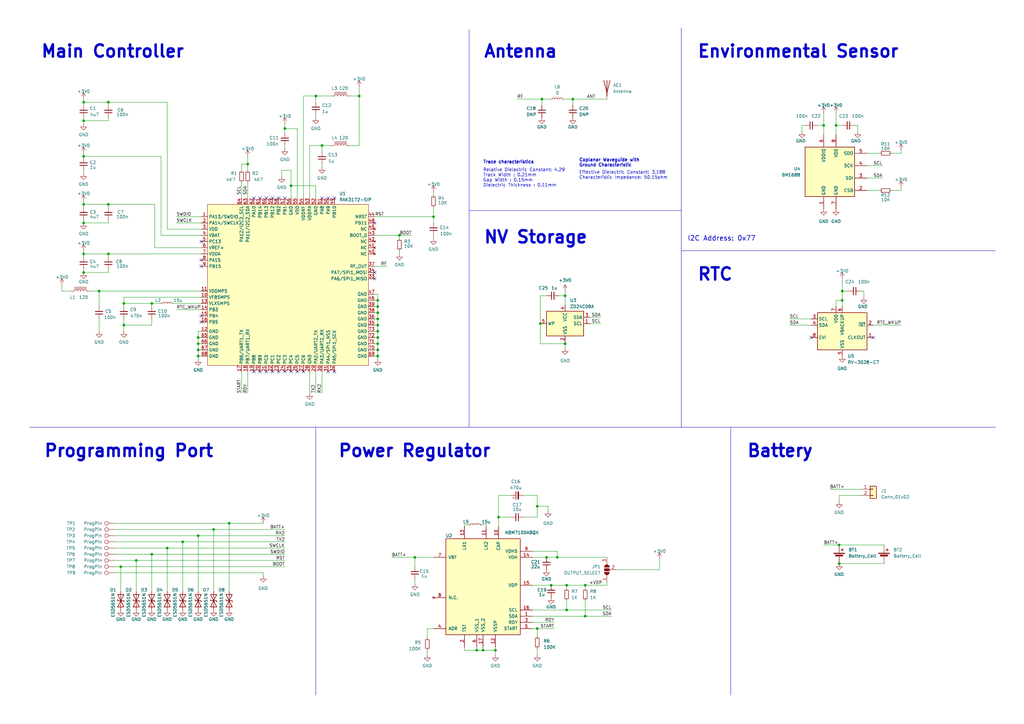
<source format=kicad_sch>
(kicad_sch (version 20231120) (generator "eeschema") (generator_version "8.0")
  (paper "A3")
  (title_block (title "Teapotlabs BWLR1F") (date "2024-01-09") (rev "1") (company "Teapot Laboratories"))
  (junction (at 234.95 40.64))
  (junction (at 222.25 40.64))
  (junction (at 154.94 125.73))
  (junction (at 44.45 41.91))
  (junction (at 240.03 240.03))
  (junction (at 240.03 252.73))
  (junction (at 74.93 222.25))
  (junction (at 34.29 83.82))
  (junction (at 195.58 266.7))
  (junction (at 177.8 88.9))
  (junction (at 62.23 227.33))
  (junction (at 68.58 224.79))
  (junction (at 232.41 240.03))
  (junction (at 154.94 140.97))
  (junction (at 34.29 64.135))
  (junction (at 154.94 135.89))
  (junction (at 81.28 143.51))
  (junction (at 49.53 232.41))
  (junction (at 163.83 96.52))
  (junction (at 154.94 143.51))
  (junction (at 81.28 219.71))
  (junction (at 50.8 124.46))
  (junction (at 116.84 52.705))
  (junction (at 204.47 212.09))
  (junction (at 34.29 91.44))
  (junction (at 345.44 119.38))
  (junction (at 154.94 123.19))
  (junction (at 232.41 250.19))
  (junction (at 81.28 138.43))
  (junction (at 154.94 130.81))
  (junction (at 154.94 146.05))
  (junction (at 220.345 257.81))
  (junction (at 34.29 111.76))
  (junction (at 220.345 207.645))
  (junction (at 129.54 39.37))
  (junction (at 87.63 217.17))
  (junction (at 224.155 228.6))
  (junction (at 44.45 104.14))
  (junction (at 228.6 228.6))
  (junction (at 40.64 119.38))
  (junction (at 170.18 228.6))
  (junction (at 55.88 229.87))
  (junction (at 81.28 140.97))
  (junction (at 344.17 223.52))
  (junction (at 231.775 121.285))
  (junction (at 154.94 138.43))
  (junction (at 203.2 266.7))
  (junction (at 81.28 146.05))
  (junction (at 345.44 123.19))
  (junction (at 154.94 133.35))
  (junction (at 34.29 41.91))
  (junction (at 226.06 240.03))
  (junction (at 101.6 67.31))
  (junction (at 34.29 49.53))
  (junction (at 198.12 266.7))
  (junction (at 93.98 214.63))
  (junction (at 344.17 231.14))
  (junction (at 50.8 133.35))
  (junction (at 132.08 59.69))
  (junction (at 147.32 39.37))
  (junction (at 342.9 51.435))
  (junction (at 34.29 104.14))
  (junction (at 231.775 140.97))
  (junction (at 44.45 83.82))
  (junction (at 62.23 124.46))
  (junction (at 154.94 128.27))
  (junction (at 119.38 76.2))
  (junction (at 337.82 51.435))
  (junction (at 221.615 132.715))
  (no_connect (at 114.3 152.4))
  (no_connect (at 82.55 106.68))
  (no_connect (at 137.16 152.4))
  (no_connect (at 114.3 81.28))
  (no_connect (at 153.67 91.44))
  (no_connect (at 104.14 152.4))
  (no_connect (at 134.62 81.28))
  (no_connect (at 332.74 138.43))
  (no_connect (at 134.62 152.4))
  (no_connect (at 109.22 81.28))
  (no_connect (at 104.14 81.28))
  (no_connect (at 109.22 152.4))
  (no_connect (at 106.68 81.28))
  (no_connect (at 82.55 132.08))
  (no_connect (at 124.46 152.4))
  (no_connect (at 358.14 138.43))
  (no_connect (at 116.84 81.28))
  (no_connect (at 132.08 81.28))
  (no_connect (at 111.76 81.28))
  (no_connect (at 111.76 152.4))
  (no_connect (at 137.16 81.28))
  (no_connect (at 153.67 111.76))
  (no_connect (at 106.68 152.4))
  (no_connect (at 121.92 152.4))
  (no_connect (at 82.55 99.06))
  (no_connect (at 82.55 129.54))
  (no_connect (at 116.84 152.4))
  (no_connect (at 119.38 152.4))
  (no_connect (at 153.67 114.3))
  (no_connect (at 82.55 109.22))
  (polyline (pts (xy 129.54 175.26) (xy 129.54 285.115)))
  (wire (pts (xy 62.23 227.33) (xy 62.23 242.57)))
  (wire (pts (xy 40.64 130.81) (xy 40.64 135.89)))
  (wire (pts (xy 99.06 152.4) (xy 99.06 161.29)))
  (wire (pts (xy 132.08 152.4) (xy 132.08 161.29)))
  (wire (pts (xy 177.8 85.09) (xy 177.8 88.9)))
  (wire (pts (xy 87.63 217.17) (xy 116.84 217.17)))
  (wire (pts (xy 323.85 133.35) (xy 332.74 133.35)))
  (wire (pts (xy 212.09 40.64) (xy 222.25 40.64)))
  (wire (pts (xy 153.67 130.81) (xy 154.94 130.81)))
  (wire (pts (xy 49.53 232.41) (xy 116.84 232.41)))
  (wire (pts (xy 355.6 67.945) (xy 361.95 67.945)))
  (wire (pts (xy 143.51 59.69) (xy 147.32 59.69)))
  (wire (pts (xy 224.155 228.6) (xy 228.6 228.6)))
  (polyline (pts (xy 12.065 175.26) (xy 408.305 175.26)))
  (wire (pts (xy 328.93 51.435) (xy 328.93 53.975)))
  (wire (pts (xy 190.5 266.7) (xy 195.58 266.7)))
  (wire (pts (xy 154.94 123.19) (xy 154.94 125.73)))
  (wire (pts (xy 82.55 96.52) (xy 66.04 96.52)))
  (wire (pts (xy 354.33 119.38) (xy 353.06 119.38)))
  (wire (pts (xy 351.79 51.435) (xy 351.79 53.975)))
  (wire (pts (xy 82.55 140.97) (xy 81.28 140.97)))
  (wire (pts (xy 81.28 140.97) (xy 81.28 143.51)))
  (wire (pts (xy 115.57 69.85) (xy 115.57 72.39)))
  (wire (pts (xy 177.8 88.9) (xy 177.8 91.44)))
  (wire (pts (xy 147.32 39.37) (xy 147.32 59.69)))
  (wire (pts (xy 222.25 40.64) (xy 226.06 40.64)))
  (wire (pts (xy 204.47 203.2) (xy 204.47 212.09)))
  (wire (pts (xy 153.67 143.51) (xy 154.94 143.51)))
  (wire (pts (xy 154.94 135.89) (xy 154.94 138.43)))
  (wire (pts (xy 347.98 119.38) (xy 345.44 119.38)))
  (wire (pts (xy 199.39 215.265) (xy 199.39 215.9)))
  (wire (pts (xy 147.32 35.56) (xy 147.32 39.37)))
  (wire (pts (xy 68.58 224.79) (xy 116.84 224.79)))
  (wire (pts (xy 195.58 266.7) (xy 198.12 266.7)))
  (wire (pts (xy 50.8 130.81) (xy 50.8 133.35)))
  (wire (pts (xy 163.83 104.14) (xy 163.83 102.87)))
  (wire (pts (xy 246.38 130.175) (xy 241.935 130.175)))
  (wire (pts (xy 34.29 48.26) (xy 34.29 49.53)))
  (wire (pts (xy 99.06 67.31) (xy 99.06 69.85)))
  (wire (pts (xy 218.44 240.03) (xy 226.06 240.03)))
  (wire (pts (xy 44.45 111.76) (xy 44.45 110.49)))
  (wire (pts (xy 34.29 102.87) (xy 34.29 104.14)))
  (wire (pts (xy 153.67 128.27) (xy 154.94 128.27)))
  (wire (pts (xy 46.99 227.33) (xy 62.23 227.33)))
  (wire (pts (xy 119.38 76.2) (xy 119.38 69.85)))
  (wire (pts (xy 220.345 207.645) (xy 220.345 203.2)))
  (wire (pts (xy 240.03 241.3) (xy 240.03 240.03)))
  (wire (pts (xy 74.93 222.25) (xy 116.84 222.25)))
  (wire (pts (xy 153.67 146.05) (xy 154.94 146.05)))
  (wire (pts (xy 190.5 215.265) (xy 192.405 215.265)))
  (wire (pts (xy 224.155 121.285) (xy 221.615 121.285)))
  (wire (pts (xy 101.6 74.93) (xy 101.6 81.28)))
  (wire (pts (xy 218.44 228.6) (xy 224.155 228.6)))
  (wire (pts (xy 81.28 135.89) (xy 81.28 138.43)))
  (wire (pts (xy 175.26 266.7) (xy 175.26 268.605)))
  (wire (pts (xy 143.51 39.37) (xy 147.32 39.37)))
  (wire (pts (xy 228.6 226.06) (xy 228.6 228.6)))
  (polyline (pts (xy 192.405 86.36) (xy 279.4 86.36)))
  (wire (pts (xy 342.9 51.435) (xy 345.44 51.435)))
  (wire (pts (xy 234.95 40.64) (xy 234.95 43.18)))
  (wire (pts (xy 44.45 105.41) (xy 44.45 104.14)))
  (wire (pts (xy 119.38 69.85) (xy 115.57 69.85)))
  (wire (pts (xy 50.8 133.35) (xy 62.23 133.35)))
  (wire (pts (xy 231.14 40.64) (xy 234.95 40.64)))
  (wire (pts (xy 340.36 200.66) (xy 353.06 200.66)))
  (wire (pts (xy 240.03 240.03) (xy 248.92 240.03)))
  (wire (pts (xy 177.8 80.01) (xy 177.8 78.74)))
  (wire (pts (xy 153.67 96.52) (xy 163.83 96.52)))
  (wire (pts (xy 62.23 227.33) (xy 116.84 227.33)))
  (wire (pts (xy 82.55 93.98) (xy 68.58 93.98)))
  (wire (pts (xy 25.4 119.38) (xy 25.4 116.84)))
  (wire (pts (xy 44.45 83.82) (xy 63.5 83.82)))
  (wire (pts (xy 330.2 51.435) (xy 328.93 51.435)))
  (wire (pts (xy 121.92 52.705) (xy 116.84 52.705)))
  (wire (pts (xy 82.55 138.43) (xy 81.28 138.43)))
  (polyline (pts (xy 279.4 102.87) (xy 408.305 102.87)))
  (wire (pts (xy 34.29 111.76) (xy 34.29 110.49)))
  (wire (pts (xy 50.8 121.92) (xy 50.8 124.46)))
  (wire (pts (xy 234.95 40.64) (xy 248.92 40.64)))
  (wire (pts (xy 323.85 130.81) (xy 332.74 130.81)))
  (wire (pts (xy 82.55 121.92) (xy 50.8 121.92)))
  (wire (pts (xy 93.98 214.63) (xy 93.98 242.57)))
  (wire (pts (xy 129.54 76.2) (xy 119.38 76.2)))
  (wire (pts (xy 153.67 138.43) (xy 154.94 138.43)))
  (wire (pts (xy 190.5 215.9) (xy 190.5 215.265)))
  (wire (pts (xy 68.58 224.79) (xy 68.58 242.57)))
  (wire (pts (xy 34.29 40.64) (xy 34.29 41.91)))
  (wire (pts (xy 81.28 219.71) (xy 81.28 242.57)))
  (wire (pts (xy 154.94 128.27) (xy 154.94 130.81)))
  (wire (pts (xy 153.67 125.73) (xy 154.94 125.73)))
  (wire (pts (xy 34.29 111.76) (xy 44.45 111.76)))
  (wire (pts (xy 44.45 90.17) (xy 44.45 91.44)))
  (wire (pts (xy 246.38 132.715) (xy 241.935 132.715)))
  (wire (pts (xy 46.99 214.63) (xy 93.98 214.63)))
  (wire (pts (xy 270.51 233.68) (xy 252.73 233.68)))
  (wire (pts (xy 342.9 46.355) (xy 342.9 51.435)))
  (wire (pts (xy 240.03 252.73) (xy 250.825 252.73)))
  (wire (pts (xy 170.18 232.41) (xy 170.18 228.6)))
  (wire (pts (xy 49.53 232.41) (xy 49.53 242.57)))
  (wire (pts (xy 163.83 97.79) (xy 163.83 96.52)))
  (wire (pts (xy 198.12 266.7) (xy 198.12 265.43)))
  (wire (pts (xy 204.47 215.9) (xy 204.47 212.09)))
  (wire (pts (xy 248.92 240.03) (xy 248.92 238.76)))
  (wire (pts (xy 81.28 147.32) (xy 81.28 146.05)))
  (wire (pts (xy 29.21 119.38) (xy 25.4 119.38)))
  (wire (pts (xy 345.44 123.19) (xy 345.44 125.73)))
  (wire (pts (xy 175.26 257.81) (xy 177.8 257.81)))
  (wire (pts (xy 135.89 39.37) (xy 129.54 39.37)))
  (wire (pts (xy 124.46 39.37) (xy 129.54 39.37)))
  (wire (pts (xy 107.95 234.95) (xy 107.95 236.22)))
  (wire (pts (xy 44.45 48.26) (xy 44.45 49.53)))
  (wire (pts (xy 46.99 217.17) (xy 87.63 217.17)))
  (wire (pts (xy 46.99 222.25) (xy 74.93 222.25)))
  (wire (pts (xy 204.47 212.09) (xy 209.55 212.09)))
  (wire (pts (xy 342.9 51.435) (xy 342.9 55.245)))
  (wire (pts (xy 154.94 146.05) (xy 154.94 147.32)))
  (wire (pts (xy 46.99 234.95) (xy 107.95 234.95)))
  (wire (pts (xy 154.94 133.35) (xy 154.94 135.89)))
  (wire (pts (xy 175.26 257.81) (xy 175.26 261.62)))
  (wire (pts (xy 66.04 64.135) (xy 34.29 64.135)))
  (wire (pts (xy 129.54 152.4) (xy 129.54 161.29)))
  (wire (pts (xy 218.44 250.19) (xy 232.41 250.19)))
  (wire (pts (xy 154.94 130.81) (xy 154.94 133.35)))
  (wire (pts (xy 355.6 62.865) (xy 360.68 62.865)))
  (wire (pts (xy 66.04 64.135) (xy 66.04 96.52)))
  (wire (pts (xy 218.44 252.73) (xy 240.03 252.73)))
  (wire (pts (xy 63.5 101.6) (xy 63.5 83.82)))
  (polyline (pts (xy 299.72 175.26) (xy 299.72 285.115)))
  (wire (pts (xy 46.99 232.41) (xy 49.53 232.41)))
  (wire (pts (xy 82.55 143.51) (xy 81.28 143.51)))
  (wire (pts (xy 50.8 125.73) (xy 50.8 124.46)))
  (wire (pts (xy 345.44 119.38) (xy 345.44 123.19)))
  (wire (pts (xy 369.57 76.835) (xy 369.57 78.105)))
  (wire (pts (xy 74.93 222.25) (xy 74.93 242.57)))
  (wire (pts (xy 240.03 246.38) (xy 240.03 252.73)))
  (wire (pts (xy 203.2 265.43) (xy 203.2 266.7)))
  (wire (pts (xy 231.775 121.285) (xy 231.775 125.095)))
  (wire (pts (xy 124.46 81.28) (xy 124.46 39.37)))
  (wire (pts (xy 101.6 64.135) (xy 101.6 67.31)))
  (wire (pts (xy 34.29 64.135) (xy 34.29 62.865)))
  (wire (pts (xy 153.67 135.89) (xy 154.94 135.89)))
  (wire (pts (xy 127 59.69) (xy 127 81.28)))
  (wire (pts (xy 231.775 142.875) (xy 231.775 140.97)))
  (wire (pts (xy 99.06 74.93) (xy 99.06 81.28)))
  (wire (pts (xy 55.88 229.87) (xy 55.88 242.57)))
  (wire (pts (xy 55.88 229.87) (xy 116.84 229.87)))
  (wire (pts (xy 132.08 59.69) (xy 132.08 62.23)))
  (wire (pts (xy 63.5 101.6) (xy 82.55 101.6)))
  (wire (pts (xy 203.2 266.7) (xy 198.12 266.7)))
  (wire (pts (xy 228.6 228.6) (xy 248.92 228.6)))
  (wire (pts (xy 129.54 46.99) (xy 129.54 48.26)))
  (wire (pts (xy 220.345 257.81) (xy 218.44 257.81)))
  (wire (pts (xy 132.08 59.69) (xy 135.89 59.69)))
  (wire (pts (xy 218.44 226.06) (xy 228.6 226.06)))
  (wire (pts (xy 44.45 41.91) (xy 68.58 41.91)))
  (wire (pts (xy 44.45 91.44) (xy 34.29 91.44)))
  (wire (pts (xy 34.29 104.14) (xy 44.45 104.14)))
  (wire (pts (xy 224.79 209.55) (xy 224.79 207.645)))
  (wire (pts (xy 232.41 241.3) (xy 232.41 240.03)))
  (wire (pts (xy 129.54 81.28) (xy 129.54 76.2)))
  (wire (pts (xy 72.39 127) (xy 82.55 127)))
  (wire (pts (xy 344.17 223.52) (xy 362.585 223.52)))
  (wire (pts (xy 190.5 265.43) (xy 190.5 266.7)))
  (wire (pts (xy 68.58 93.98) (xy 68.58 41.91)))
  (wire (pts (xy 44.45 85.09) (xy 44.45 83.82)))
  (wire (pts (xy 72.39 91.44) (xy 82.55 91.44)))
  (wire (pts (xy 232.41 250.19) (xy 250.825 250.19)))
  (wire (pts (xy 170.18 237.49) (xy 170.18 239.395)))
  (wire (pts (xy 195.58 265.43) (xy 195.58 266.7)))
  (wire (pts (xy 226.06 240.03) (xy 232.41 240.03)))
  (wire (pts (xy 129.54 39.37) (xy 129.54 41.91)))
  (wire (pts (xy 231.775 119.38) (xy 231.775 121.285)))
  (wire (pts (xy 93.98 214.63) (xy 107.95 214.63)))
  (wire (pts (xy 99.06 67.31) (xy 101.6 67.31)))
  (wire (pts (xy 154.94 143.51) (xy 154.94 146.05)))
  (wire (pts (xy 222.25 40.64) (xy 222.25 43.18)))
  (wire (pts (xy 369.57 62.865) (xy 365.76 62.865)))
  (wire (pts (xy 342.9 123.19) (xy 342.9 125.73)))
  (wire (pts (xy 220.345 203.2) (xy 214.63 203.2)))
  (wire (pts (xy 46.99 219.71) (xy 81.28 219.71)))
  (wire (pts (xy 44.45 41.91) (xy 34.29 41.91)))
  (wire (pts (xy 221.615 140.97) (xy 231.775 140.97)))
  (wire (pts (xy 34.29 91.44) (xy 34.29 90.17)))
  (wire (pts (xy 337.82 46.355) (xy 337.82 51.435)))
  (wire (pts (xy 170.18 228.6) (xy 177.8 228.6)))
  (wire (pts (xy 154.94 140.97) (xy 154.94 143.51)))
  (wire (pts (xy 154.94 123.19) (xy 153.67 123.19)))
  (wire (pts (xy 221.615 132.715) (xy 221.615 140.97)))
  (wire (pts (xy 154.94 125.73) (xy 154.94 128.27)))
  (wire (pts (xy 355.6 78.105) (xy 360.68 78.105)))
  (wire (pts (xy 369.57 61.595) (xy 369.57 62.865)))
  (wire (pts (xy 153.67 109.22) (xy 158.75 109.22)))
  (wire (pts (xy 44.45 104.14) (xy 82.55 104.14)))
  (wire (pts (xy 153.67 88.9) (xy 177.8 88.9)))
  (wire (pts (xy 231.775 140.97) (xy 231.775 140.335)))
  (wire (pts (xy 116.84 52.705) (xy 116.84 54.61)))
  (wire (pts (xy 81.28 138.43) (xy 81.28 140.97)))
  (wire (pts (xy 101.6 67.31) (xy 101.6 69.85)))
  (wire (pts (xy 34.29 105.41) (xy 34.29 104.14)))
  (wire (pts (xy 344.17 203.2) (xy 353.06 203.2)))
  (wire (pts (xy 72.39 88.9) (xy 82.55 88.9)))
  (wire (pts (xy 87.63 217.17) (xy 87.63 242.57)))
  (wire (pts (xy 224.79 207.645) (xy 220.345 207.645)))
  (wire (pts (xy 116.84 50.8) (xy 116.84 52.705)))
  (wire (pts (xy 154.94 138.43) (xy 154.94 140.97)))
  (wire (pts (xy 337.82 51.435) (xy 335.28 51.435)))
  (wire (pts (xy 121.92 81.28) (xy 121.92 52.705)))
  (wire (pts (xy 153.67 133.35) (xy 154.94 133.35)))
  (wire (pts (xy 344.17 205.74) (xy 344.17 203.2)))
  (wire (pts (xy 153.67 120.65) (xy 154.94 120.65)))
  (wire (pts (xy 34.29 82.55) (xy 34.29 83.82)))
  (wire (pts (xy 177.8 97.79) (xy 177.8 96.52)))
  (wire (pts (xy 229.235 121.285) (xy 231.775 121.285)))
  (wire (pts (xy 116.84 60.96) (xy 116.84 59.69)))
  (polyline (pts (xy 192.405 12.065) (xy 192.405 175.26)))
  (wire (pts (xy 50.8 133.35) (xy 50.8 135.89)))
  (wire (pts (xy 119.38 81.28) (xy 119.38 76.2)))
  (wire (pts (xy 345.44 114.3) (xy 345.44 119.38)))
  (wire (pts (xy 240.03 240.03) (xy 232.41 240.03)))
  (wire (pts (xy 214.63 212.09) (xy 220.345 212.09)))
  (wire (pts (xy 82.55 146.05) (xy 81.28 146.05)))
  (wire (pts (xy 270.51 229.235) (xy 270.51 233.68)))
  (wire (pts (xy 220.345 266.065) (xy 220.345 268.605)))
  (wire (pts (xy 62.23 124.46) (xy 62.23 125.73)))
  (wire (pts (xy 46.99 224.79) (xy 68.58 224.79)))
  (wire (pts (xy 71.12 124.46) (xy 82.55 124.46)))
  (wire (pts (xy 358.14 133.35) (xy 369.57 133.35)))
  (wire (pts (xy 40.64 119.38) (xy 36.83 119.38)))
  (wire (pts (xy 34.29 41.91) (xy 34.29 43.18)))
  (wire (pts (xy 132.08 67.31) (xy 132.08 68.58)))
  (wire (pts (xy 342.9 123.19) (xy 345.44 123.19)))
  (wire (pts (xy 203.2 266.7) (xy 203.2 268.605)))
  (wire (pts (xy 197.485 215.265) (xy 199.39 215.265)))
  (wire (pts (xy 153.67 140.97) (xy 154.94 140.97)))
  (wire (pts (xy 218.44 255.27) (xy 227.33 255.27)))
  (wire (pts (xy 50.8 124.46) (xy 62.23 124.46)))
  (wire (pts (xy 227.33 257.81) (xy 220.345 257.81)))
  (wire (pts (xy 40.64 119.38) (xy 82.55 119.38)))
  (wire (pts (xy 62.23 124.46) (xy 66.04 124.46)))
  (wire (pts (xy 220.345 257.81) (xy 220.345 260.985)))
  (wire (pts (xy 62.23 130.81) (xy 62.23 133.35)))
  (wire (pts (xy 232.41 246.38) (xy 232.41 250.19)))
  (wire (pts (xy 337.82 51.435) (xy 337.82 55.245)))
  (wire (pts (xy 209.55 203.2) (xy 204.47 203.2)))
  (wire (pts (xy 46.99 229.87) (xy 55.88 229.87)))
  (wire (pts (xy 354.33 119.38) (xy 354.33 121.92)))
  (wire (pts (xy 344.17 231.14) (xy 362.585 231.14)))
  (wire (pts (xy 81.28 219.71) (xy 116.84 219.71)))
  (wire (pts (xy 40.64 119.38) (xy 40.64 125.73)))
  (wire (pts (xy 220.345 212.09) (xy 220.345 207.645)))
  (wire (pts (xy 337.82 223.52) (xy 344.17 223.52)))
  (wire (pts (xy 127 59.69) (xy 132.08 59.69)))
  (wire (pts (xy 34.29 71.12) (xy 34.29 69.85)))
  (wire (pts (xy 44.45 43.18) (xy 44.45 41.91)))
  (wire (pts (xy 350.52 51.435) (xy 351.79 51.435)))
  (wire (pts (xy 160.655 228.6) (xy 170.18 228.6)))
  (polyline (pts (xy 279.4 11.43) (xy 279.4 175.26)))
  (wire (pts (xy 369.57 78.105) (xy 365.76 78.105)))
  (wire (pts (xy 34.29 83.82) (xy 34.29 85.09)))
  (wire (pts (xy 34.29 49.53) (xy 44.45 49.53)))
  (wire (pts (xy 355.6 73.025) (xy 361.95 73.025)))
  (wire (pts (xy 163.83 96.52) (xy 168.91 96.52)))
  (wire (pts (xy 221.615 121.285) (xy 221.615 132.715)))
  (wire (pts (xy 154.94 120.65) (xy 154.94 123.19)))
  (wire (pts (xy 127 161.29) (xy 127 152.4)))
  (wire (pts (xy 101.6 152.4) (xy 101.6 161.29)))
  (wire (pts (xy 34.29 49.53) (xy 34.29 50.8)))
  (wire (pts (xy 82.55 135.89) (xy 81.28 135.89)))
  (wire (pts (xy 81.28 143.51) (xy 81.28 146.05)))
  (wire (pts (xy 34.29 64.135) (xy 34.29 64.77)))
  (wire (pts (xy 34.29 83.82) (xy 44.45 83.82)))
  (text "Programming Port\n" (at 17.78 187.96 0) (effects (font (size 5 5) (thickness 1) (bold yes)) (justify left bottom)))
  (text "Environmental Sensor" (at 285.75 24.13 0) (effects (font (size 5 5) (thickness 1) (bold yes)) (justify left bottom)))
  (text "Coplanar Waveguide with \nGround Characteristic" (at 237.49 68.58 0) (effects (font (size 1.3 1.3) (thickness 0.254) (bold yes)) (justify left bottom)))
  (text "NV Storage" (at 198.12 100.33 0) (effects (font (size 5 5) (thickness 1) (bold yes)) (justify left bottom)))
  (text "Battery" (at 306.07 187.96 0) (effects (font (size 5 5) (thickness 1) (bold yes)) (justify left bottom)))
  (text "Trace characteristics" (at 198.12 67.31 0) (effects (font (size 1.3 1.3) (thickness 0.254) (bold yes)) (justify left bottom)))
  (text "Effective Dielectric Constant: 3.188\nCharacteristic Impedance: 50.15ohm" (at 237.49 73.66 0) (effects (font (size 1.3 1.3)) (justify left bottom)))
  (text "I2C Address: 0x77" (at 281.94 99.06 0) (effects (font (size 2 2) (thickness 0.254) (bold yes)) (justify left bottom)))
  (text "Antenna" (at 198.12 24.13 0) (effects (font (size 5 5) (thickness 1) (bold yes)) (justify left bottom)))
  (text "Relative Dielectric Constant: 4.29\nTrack Width : 0.21mm\nGap Width : 0.15mm\nDielectric Thickness : 0.11mm" (at 198.12 76.835 0) (effects (font (size 1.3 1.3)) (justify left bottom)))
  (text "Power Regulator" (at 138.43 187.96 0) (effects (font (size 5 5) (thickness 1) (bold yes)) (justify left bottom)))
  (text "Main Controller" (at 16.51 24.13 0) (effects (font (size 5 5) (thickness 1) (bold yes)) (justify left bottom)))
  (text "RTC\n" (at 285.75 115.57 0) (effects (font (size 5 5) (thickness 1) (bold yes)) (justify left bottom)))
  (label "SCL" (at 323.85 130.81 0))
  (label "SWCLK" (at 72.39 91.44 0))
  (label "+VDP" (at 247.015 240.03 180))
  (label "BATT+" (at 160.655 228.6 0))
  (label "BATT+" (at 116.84 217.17 180))
  (label "BOOT" (at 116.84 232.41 180))
  (label "RST" (at 157.48 88.9 180))
  (label "START" (at 227.33 257.81 180))
  (label "START" (at 99.06 161.29 90))
  (label "SCL" (at 361.95 67.945 180))
  (label "SWDIO" (at 116.84 227.33 180))
  (label "RDY" (at 227.33 255.27 180))
  (label "RX2" (at 116.84 219.71 180))
  (label "RTC_WKUP" (at 369.57 133.35 180))
  (label "SDA" (at 246.38 130.175 180))
  (label "TX2" (at 129.54 161.29 90))
  (label "SDA" (at 250.825 252.73 180))
  (label "RF" (at 158.75 109.22 180))
  (label "TX2" (at 116.84 222.25 180))
  (label "SWDIO" (at 72.39 88.9 0))
  (label "SDA" (at 361.95 73.025 180))
  (label "SWCLK" (at 116.84 224.79 180))
  (label "BATT+" (at 340.36 200.66 0))
  (label "SCL" (at 99.06 76.2 270))
  (label "SDA" (at 323.85 133.35 0))
  (label "SCL" (at 246.38 132.715 180))
  (label "ANT" (at 240.665 40.64 0))
  (label "BATT+" (at 337.82 223.52 0))
  (label "RDY" (at 101.6 161.29 90))
  (label "SCL" (at 250.825 250.19 180))
  (label "SDA" (at 101.6 76.2 270))
  (label "BOOT" (at 168.91 96.52 180))
  (label "RF" (at 212.09 40.64 0))
  (label "RTC_WKUP" (at 72.39 127 0))
  (label "RX2" (at 132.08 161.29 90))
  (label "RST" (at 116.84 229.87 180))
  (symbol (lib_id "power:GND") (at 62.23 250.19 0) (unit 1)
    (property "Reference" "#PWR055" (effects (hide yes)))
    (property "Value" "GND" (at 62.23 254 0))
  )
  (symbol (lib_id "power:GND") (at 175.26 268.605 0) (unit 1)
    (property "Reference" "#PWR029" (effects (hide yes)))
    (property "Value" "GND" (at 175.26 273.05 0))
  )
  (symbol (lib_id "Device:C_Small") (at 234.95 45.72 180) (unit 1)
    (property "Reference" "C20" (at 237.49 44.4435 0) (effects (justify right)))
    (property "Value" "DNP" (at 237.49 46.9835 0) (effects (justify right)))
    (property "Footprint" "Capacitor_SMD:C_0603_1608Metric" (effects (hide yes)))
    (property "Datasheet" "-" (effects (hide yes)))
    (property "Description" "DNP" (effects (hide yes)))
    (property "Manufacturer Part Number" "-" (effects (hide yes)))
    (property "Distributor" "-" (effects (hide yes)))
    (property "Distributor Link" "-" (effects (hide yes)))
    (property "Distributor Part Number" "-" (effects (hide yes)))
    (property "Manufacturer" "-" (effects (hide yes)))
    (property "Type" "SMT" (effects (hide yes)))
  )
  (symbol (lib_id "power:GND") (at 354.33 121.92 0) (unit 1)
    (property "Reference" "#PWR042" (effects (hide yes)))
    (property "Value" "GND" (at 351.79 125.73 0) (effects (justify left)))
  )
  (symbol (lib_id "Connector:TestPoint") (at 46.99 217.17 90) (unit 1)
    (property "Reference" "TP2" (at 29.083 217.17 90))
    (property "Value" "ProgPin" (at 41.91 217.17 90) (effects (justify left)))
    (property "Footprint" "TestPoint:TestPoint_Pad_D1.0mm" (effects (hide yes)))
    (property "Datasheet" "-" (effects (hide yes)))
    (property "Description" "-" (effects (hide yes)))
    (property "Manufacturer Part Number" "-" (effects (hide yes)))
    (property "Distributor" "-" (effects (hide yes)))
    (property "Distributor Link" "-" (effects (hide yes)))
    (property "Distributor Part Number" "-" (effects (hide yes)))
    (property "Manufacturer" "-" (effects (hide yes)))
    (property "Type" "SMT" (effects (hide yes)))
  )
  (symbol (lib_id "power:GND") (at 132.08 68.58 0) (unit 1)
    (property "Reference" "#PWR021" (effects (hide yes)))
    (property "Value" "GND" (at 132.08 73.025 0))
  )
  (symbol (lib_id "Device:L_Small") (at 228.6 40.64 90) (unit 1)
    (property "Reference" "L6" (at 228.6 35.56 90))
    (property "Value" "0" (at 228.6 38.1 90))
    (property "Footprint" "Inductor_SMD:L_0603_1608Metric" (effects (hide yes)))
    (property "Datasheet" "https://datasheet.lcsc.com/lcsc/2206010130_UNI-ROYAL-Uniroyal-Elec-0603WAF0000T5E_C21189.pdf" (effects (hide yes)))
    (property "Description" "100mW Thick Film Resistors 75V ±1% 0Ω 0603 Chip Resistor - Surface Mount ROHS " (effects (hide yes)))
    (property "Manufacturer Part Number" "0603WAF0000T5E" (effects (hide yes)))
    (property "Part Description" "Resistors 100mW 75V ±1% 0Ω" (effects (hide yes)))
    (property "Manufacturer" "UNI-ROYAL(Uniroyal Elec)" (effects (hide yes)))
    (property "Distributor" "LCSC" (effects (hide yes)))
    (property "Distributor Part Number" "C21189" (effects (hide yes)))
    (property "Distributor Link" "https://www.lcsc.com/product-detail/Chip-Resistor-Surface-Mount_UNI-ROYAL-Uniroyal-Elec-0603WAF0000T5E_C21189.html" (effects (hide yes)))
    (property "Type" "SMT" (effects (hide yes)))
  )
  (symbol (lib_id "power:GND") (at 220.345 268.605 0) (unit 1)
    (property "Reference" "#PWR032" (effects (hide yes)))
    (property "Value" "GND" (at 220.345 273.05 0))
  )
  (symbol (lib_id "Device:C_Small") (at 222.25 45.72 180) (unit 1)
    (property "Reference" "C18" (at 215.9 44.45 0) (effects (justify right)))
    (property "Value" "DNP" (at 215.9 46.99 0) (effects (justify right)))
    (property "Footprint" "Capacitor_SMD:C_0603_1608Metric" (effects (hide yes)))
    (property "Datasheet" "-" (effects (hide yes)))
    (property "Description" "DNP" (effects (hide yes)))
    (property "Manufacturer Part Number" "-" (effects (hide yes)))
    (property "Manufacturer" "-" (effects (hide yes)))
    (property "Distributor" "-" (effects (hide yes)))
    (property "Distributor Part Number" "-" (effects (hide yes)))
    (property "Distributor Link" "-" (effects (hide yes)))
    (property "Type" "SMT" (effects (hide yes)))
  )
  (symbol (lib_id "Device:C_Small") (at 224.155 231.14 180) (unit 1)
    (property "Reference" "C21" (at 219.71 230.505 0))
    (property "Value" "22u" (at 219.71 232.41 0))
    (property "Footprint" "Capacitor_SMD:C_1206_3216Metric" (effects (hide yes)))
    (property "Datasheet" "https://datasheet.lcsc.com/lcsc/2308041038_Chinocera-HGC1206R7226K160NSPJ_C7472972.pdf" (effects (hide yes)))
    (property "Description" "16V 22uF X7R ±10% 1206 Multilayer Ceramic Capacitors MLCC - SMD/SMT ROHS" (effects (hide yes)))
    (property "Manufacturer" "Chinocera" (effects (hide yes)))
    (property "Manufacturer Part Number" "HGC1206R7226K160NSPJ" (effects (hide yes)))
    (property "Part Description" "Ceramic Capacitors 16V 22uF X7R ±10%" (effects (hide yes)))
    (property "Distributor" "LCSC" (effects (hide yes)))
    (property "Distributor Part Number" "C7472972" (effects (hide yes)))
    (property "Distributor Link" "https://www.lcsc.com/product-detail/Multilayer-Ceramic-Capacitors-MLCC-SMD-SMT_Chinocera-HGC1206R7226K160NSPJ_C7472972.html" (effects (hide yes)))
    (property "Type" "SMT" (effects (hide yes)))
  )
  (symbol (lib_id "power:GND") (at 226.06 245.11 0) (unit 1)
    (property "Reference" "#PWR034" (effects (hide yes)))
    (property "Value" "GND" (at 226.06 248.92 0))
  )
  (symbol (lib_id "Device:D_TVS") (at 55.88 246.38 90) (unit 1)
    (property "Reference" "D2" (at 51.435 241.935 90) (effects (justify right)))
    (property "Value" "ESD5651N" (at 52.705 243.205 0) (effects (justify right)))
    (property "Footprint" "Diode_SMD:D_SOD-882" (effects (hide yes)))
    (property "Datasheet" "https://www.lcsc.com/datasheet/lcsc_datasheet_1808311544_WILLSEMI-Will-Semicon-ESD5651N-2-TR_C239784.pdf" (effects (hide yes)))
    (property "Description" "35A@8/20us 15V 4.5V DFN1006-2L Electrostatic and Surge Protection (TVS/ESD) ROHS" (effects (hide yes)))
    (property "Manufacturer" "WILLSEMI(Will Semicon)" (effects (hide yes)))
    (property "Manufacturer Part Number" "ESD5651N-2/TR" (effects (hide yes)))
    (property "Distributor" "LCSC" (effects (hide yes)))
    (property "Distributor Part Number" "C239784" (effects (hide yes)))
    (property "Distributor Link" "https://www.lcsc.com/product-detail/Electrostatic-and-Surge-Protection-TVS-ESD_WILLSEMI-Will-Semicon-ESD5651N-2-TR_C239784.html" (effects (hide yes)))
    (property "Type" "SMT" (effects (hide yes)))
  )
  (symbol (lib_id "power:+3V0") (at 231.775 119.38 0) (unit 1)
    (property "Reference" "#PWR035" (effects (hide yes)))
    (property "Value" "+3V0" (at 231.775 114.935 0))
  )
  (symbol (lib_id "Device:C_Small") (at 177.8 93.98 0) (mirror x) (unit 1)
    (property "Reference" "C14" (at 184.15 93.345 0) (effects (justify right)))
    (property "Value" "100n" (at 185.42 95.885 0) (effects (justify right)))
    (property "Footprint" "Capacitor_SMD:C_0402_1005Metric" (effects (hide yes)))
    (property "Datasheet" "https://datasheet.lcsc.com/lcsc/2304140030_Samsung-Electro-Mechanics-CL05B104KO5NNNC_C1525.pdf" (effects (hide yes)))
    (property "Description" "16V 100nF X7R ±10% 0402 Multilayer Ceramic Capacitors MLCC - SMD/SMT ROHS" (effects (hide yes)))
    (property "Part Description" "Ceramic Capacitor 100nF 10% 16V X7R" (effects (hide yes)))
    (property "Manufacturer" "Samsung Electro-Mechanics" (effects (hide yes)))
    (property "Manufacturer Part Number" "CL05B104KO5NNNC" (effects (hide yes)))
    (property "Distributor" "LCSC" (effects (hide yes)))
    (property "Distributor Part Number" "C1525" (effects (hide yes)))
    (property "Distributor Link" "https://www.lcsc.com/product-detail/Multilayer-Ceramic-Capacitors-MLCC-SMD-SMT_Samsung-Electro-Mechanics-CL05B104KO5NNNC_C1525.html" (effects (hide yes)))
    (property "Type" "SMT" (effects (hide yes)))
  )
  (symbol (lib_id "Device:C_Small") (at 116.84 57.15 180) (unit 1)
    (property "Reference" "C11" (at 110.49 56.515 0) (effects (justify right)))
    (property "Value" "100n" (at 109.22 59.055 0) (effects (justify right)))
    (property "Footprint" "Capacitor_SMD:C_0402_1005Metric" (effects (hide yes)))
    (property "Datasheet" "https://datasheet.lcsc.com/lcsc/2304140030_Samsung-Electro-Mechanics-CL05B104KO5NNNC_C1525.pdf" (effects (hide yes)))
    (property "Description" "16V 100nF X7R ±10% 0402 Multilayer Ceramic Capacitors MLCC - SMD/SMT ROHS" (effects (hide yes)))
    (property "Part Description" "Ceramic Capacitor 100nF 10% 16V X7R" (effects (hide yes)))
    (property "Manufacturer" "Samsung Electro-Mechanics" (effects (hide yes)))
    (property "Manufacturer Part Number" "CL05B104KO5NNNC" (effects (hide yes)))
    (property "Distributor" "LCSC" (effects (hide yes)))
    (property "Distributor Part Number" "C1525" (effects (hide yes)))
    (property "Distributor Link" "https://www.lcsc.com/product-detail/Multilayer-Ceramic-Capacitors-MLCC-SMD-SMT_Samsung-Electro-Mechanics-CL05B104KO5NNNC_C1525.html" (effects (hide yes)))
    (property "Type" "SMT" (effects (hide yes)))
  )
  (symbol (lib_id "power:+3V0") (at 116.84 50.8 0) (unit 1)
    (property "Reference" "#PWR017" (effects (hide yes)))
    (property "Value" "+3V0" (at 116.84 47.625 0))
  )
  (symbol (lib_id "power:GND") (at 127 161.29 0) (unit 1)
    (property "Reference" "#PWR019" (effects (hide yes)))
    (property "Value" "GND" (at 127 165.735 0))
  )
  (symbol (lib_id "Device:C_Small") (at 332.74 51.435 90) (mirror x) (unit 1)
    (property "Reference" "C22" (at 332.74 47.625 90) (effects (justify right)))
    (property "Value" "100n" (at 326.39 47.625 90) (effects (justify right)))
    (property "Footprint" "Capacitor_SMD:C_0402_1005Metric" (effects (hide yes)))
    (property "Datasheet" "https://datasheet.lcsc.com/lcsc/2304140030_Samsung-Electro-Mechanics-CL05B104KO5NNNC_C1525.pdf" (effects (hide yes)))
    (property "Description" "16V 100nF X7R ±10% 0402 Multilayer Ceramic Capacitors MLCC - SMD/SMT ROHS" (effects (hide yes)))
    (property "Part Description" "Ceramic Capacitor 100nF 10% 16V X7R" (effects (hide yes)))
    (property "Manufacturer" "Samsung Electro-Mechanics" (effects (hide yes)))
    (property "Manufacturer Part Number" "CL05B104KO5NNNC" (effects (hide yes)))
    (property "Distributor" "LCSC" (effects (hide yes)))
    (property "Distributor Part Number" "C1525" (effects (hide yes)))
    (property "Distributor Link" "https://www.lcsc.com/product-detail/Multilayer-Ceramic-Capacitors-MLCC-SMD-SMT_Samsung-Electro-Mechanics-CL05B104KO5NNNC_C1525.html" (effects (hide yes)))
    (property "Type" "SMT" (effects (hide yes)))
  )
  (symbol (lib_id "Device:R_Small") (at 163.83 100.33 0) (mirror y) (unit 1)
    (property "Reference" "R3" (at 167.005 99.06 0))
    (property "Value" "10K" (at 167.64 100.965 0))
    (property "Footprint" "Resistor_SMD:R_0402_1005Metric" (effects (hide yes)))
    (property "Datasheet" "https://datasheet.lcsc.com/lcsc/2304140030_YAGEO-RC0402FR-0710KL_C60490.pdf" (effects (hide yes)))
    (property "Description" "62.5mW Thick Film Resistors 50V ±100ppm/℃ ±1% 10kΩ 0402 Chip Resistor - Surface Mount ROHS" (effects (hide yes)))
    (property "Part Description" "Resistor 10K 1% 62.5mW" (effects (hide yes)))
    (property "Manufacturer" "YAGEO" (effects (hide yes)))
    (property "Manufacturer Part Number" "RC0402FR-0710KL" (effects (hide yes)))
    (property "Distributor" "LCSC" (effects (hide yes)))
    (property "Distributor Part Number" "C60490" (effects (hide yes)))
    (property "Distributor Link" "https://www.lcsc.com/product-detail/Chip-Resistor-Surface-Mount_YAGEO-RC0402FR-0710KL_C60490.html" (effects (hide yes)))
    (property "Type" "SMT" (effects (hide yes)))
  )
  (symbol (lib_id "Device:C_Small") (at 34.29 67.31 180) (unit 1)
    (property "Reference" "C2" (at 38.1 66.675 0))
    (property "Value" "1u" (at 38.1 68.58 0))
    (property "Footprint" "Capacitor_SMD:C_0402_1005Metric" (effects (hide yes)))
    (property "Datasheet" "https://datasheet.lcsc.com/lcsc/2304140030_Samsung-Electro-Mechanics-CL05A105KO5NNNC_C29266.pdf" (effects (hide yes)))
    (property "Description" "16V 1uF X5R ±10% 0402 Multilayer Ceramic Capacitors MLCC - SMD/SMT ROHS " (effects (hide yes)))
    (property "Manufacturer" "Samsung Electro-Mechanics" (effects (hide yes)))
    (property "Manufacturer Part Number" "CL05A105KO5NNNC" (effects (hide yes)))
    (property "Part Description" "Ceramic Capacitors 16V 1uF X5R ±10%" (effects (hide yes)))
    (property "Distributor" "LCSC" (effects (hide yes)))
    (property "Distributor Part Number" "C29266" (effects (hide yes)))
    (property "Distributor Link" "https://www.lcsc.com/product-detail/Multilayer-Ceramic-Capacitors-MLCC-SMD-SMT_Samsung-Electro-Mechanics-CL05A105KO5NNNC_C29266.html" (effects (hide yes)))
    (property "Type" "SMT" (effects (hide yes)))
  )
  (symbol (lib_id "power:+3V0") (at 101.6 64.135 0) (unit 1)
    (property "Reference" "#PWR015" (effects (hide yes)))
    (property "Value" "+3V0" (at 101.6 60.96 0))
  )
  (symbol (lib_id "power:+3V0") (at 34.29 62.865 0) (unit 1)
    (property "Reference" "#PWR04" (effects (hide yes)))
    (property "Value" "+3V0" (at 34.29 59.69 0))
  )
  (symbol (lib_id "power:GND") (at 87.63 250.19 0) (unit 1)
    (property "Reference" "#PWR059" (effects (hide yes)))
    (property "Value" "GND" (at 87.63 254 0))
  )
  (symbol (lib_id "power:+3V0") (at 34.29 82.55 0) (unit 1)
    (property "Reference" "#PWR06" (effects (hide yes)))
    (property "Value" "+3V0" (at 34.29 79.375 0))
  )
  (symbol (lib_id "Device:D_TVS") (at 49.53 246.38 90) (unit 1)
    (property "Reference" "D1" (at 45.085 241.935 90) (effects (justify right)))
    (property "Value" "ESD5651N" (at 46.355 243.205 0) (effects (justify right)))
    (property "Footprint" "Diode_SMD:D_SOD-882" (effects (hide yes)))
    (property "Datasheet" "https://www.lcsc.com/datasheet/lcsc_datasheet_1808311544_WILLSEMI-Will-Semicon-ESD5651N-2-TR_C239784.pdf" (effects (hide yes)))
    (property "Description" "35A@8/20us 15V 4.5V DFN1006-2L Electrostatic and Surge Protection (TVS/ESD) ROHS" (effects (hide yes)))
    (property "Manufacturer" "WILLSEMI(Will Semicon)" (effects (hide yes)))
    (property "Manufacturer Part Number" "ESD5651N-2/TR" (effects (hide yes)))
    (property "Distributor" "LCSC" (effects (hide yes)))
    (property "Distributor Part Number" "C239784" (effects (hide yes)))
    (property "Distributor Link" "https://www.lcsc.com/product-detail/Electrostatic-and-Surge-Protection-TVS-ESD_WILLSEMI-Will-Semicon-ESD5651N-2-TR_C239784.html" (effects (hide yes)))
    (property "Type" "SMT" (effects (hide yes)))
  )
  (symbol (lib_id "Device:C_Polarized_Small") (at 212.09 203.2 90) (unit 1)
    (property "Reference" "C16" (at 211.5439 197.485 90))
    (property "Value" "470u" (at 211.5439 200.025 90))
    (property "Footprint" "Capacitor_Tantalum_SMD:CP_EIA-7343-40_Kemet-Y" (effects (hide yes)))
    (property "Datasheet" "https://datasheets.kyocera-avx.com/TCJ.pdf" (effects (hide yes)))
    (property "Description" "Cap Tant Poly 470uF 16V 2917" (effects (hide yes)))
    (property "Manufacturer" "KYOCERA AVX" (effects (hide yes)))
    (property "Manufacturer Part Number" "TCJ5477M016R0100E" (effects (hide yes)))
    (property "Part Description" "Tantalum Polymer Capacitor 470 µF 16V 100mOhm @ 100kHz" (effects (hide yes)))
    (property "Distributor" "Digikey" (effects (hide yes)))
    (property "Distributor Part Number" "478-13191-1-ND" (effects (hide yes)))
    (property "Distributor Link" "https://www.digikey.com/en/products/detail/kyocera-avx/TCJ5477M016R0100E/10062646" (effects (hide yes)))
    (property "Type" "SMT" (effects (hide yes)))
  )
  (symbol (lib_id "Device:C_Small") (at 226.695 121.285 90) (mirror x) (unit 1)
    (property "Reference" "C25" (at 222.885 118.11 90))
    (property "Value" "1u" (at 227.33 118.11 90))
    (property "Footprint" "Capacitor_SMD:C_0402_1005Metric" (effects (hide yes)))
    (property "Datasheet" "https://datasheet.lcsc.com/lcsc/2304140030_Samsung-Electro-Mechanics-CL05A105KO5NNNC_C29266.pdf" (effects (hide yes)))
    (property "Description" "16V 1uF X5R ±10% 0402 Multilayer Ceramic Capacitors MLCC - SMD/SMT ROHS " (effects (hide yes)))
    (property "Manufacturer" "Samsung Electro-Mechanics" (effects (hide yes)))
    (property "Manufacturer Part Number" "CL05A105KO5NNNC" (effects (hide yes)))
    (property "Part Description" "Multilayer Ceramic Capacitors 16V 1uF X5R ±10%" (effects (hide yes)))
    (property "Distributor" "LCSC" (effects (hide yes)))
    (property "Distributor Part Number" "C29266" (effects (hide yes)))
    (property "Distributor Link" "https://www.lcsc.com/product-detail/Multilayer-Ceramic-Capacitors-MLCC-SMD-SMT_Samsung-Electro-Mechanics-CL05A105KO5NNNC_C29266.html" (effects (hide yes)))
    (property "Type" "SMT" (effects (hide yes)))
  )
  (symbol (lib_id "power:+3V0") (at 34.29 40.64 0) (unit 1)
    (property "Reference" "#PWR02" (effects (hide yes)))
    (property "Value" "+3V0" (at 34.29 37.465 0))
  )
  (symbol (lib_id "power:+3V0") (at 369.57 61.595 0) (unit 1)
    (property "Reference" "#PWR050" (effects (hide yes)))
    (property "Value" "+3V0" (at 369.57 58.42 0))
  )
  (symbol (lib_id "power:GND") (at 34.29 111.76 0) (unit 1)
    (property "Reference" "#PWR09" (effects (hide yes)))
    (property "Value" "GND" (at 34.29 115.57 0))
  )
  (symbol (lib_id "power:+3V0") (at 147.32 35.56 0) (unit 1)
    (property "Reference" "#PWR023" (effects (hide yes)))
    (property "Value" "+3V0" (at 147.32 32.385 0))
  )
  (symbol (lib_id "Device:L_Iron") (at 139.7 39.37 90) (unit 1)
    (property "Reference" "L3" (at 137.16 36.195 90))
    (property "Value" "120" (at 140.97 36.195 90))
    (property "Footprint" "Inductor_SMD:L_0402_1005Metric" (effects (hide yes)))
    (property "Datasheet" "https://datasheet.lcsc.com/lcsc/2304140030_Murata-Electronics-BLM15PD121SN1D_C76891.pdf" (effects (hide yes)))
    (property "Description" "90mΩ ±25% 120Ω@100MHz 0402 Ferrite Beads ROHS" (effects (hide yes)))
    (property "Manufacturer" "Murata Electronics" (effects (hide yes)))
    (property "Manufacturer Part Number" "BLM15PD121SN1D" (effects (hide yes)))
    (property "Part Description" "Ferrite Beads 90mΩ ±25% 120Ω@100MHz" (effects (hide yes)))
    (property "Distributor" "LCSC" (effects (hide yes)))
    (property "Distributor Part Number" "C76891" (effects (hide yes)))
    (property "Distributor Link" "https://www.lcsc.com/product-detail/Ferrite-Beads_Murata-Electronics-BLM15PD121SN1D_C76891.html" (effects (hide yes)))
    (property "Type" "SMT" (effects (hide yes)))
  )
  (symbol (lib_id "Device:C_Small") (at 50.8 128.27 180) (unit 1)
    (property "Reference" "C9" (at 54.61 127 0))
    (property "Value" "470n" (at 55.88 129.54 0))
    (property "Footprint" "Capacitor_SMD:C_0402_1005Metric" (effects (hide yes)))
    (property "Datasheet" "https://datasheet.lcsc.com/lcsc/2304140030_Samsung-Electro-Mechanics-CL05A474KP5NNNC_C47339.pdf" (effects (hide yes)))
    (property "Description" "10V 470nF X5R ±10% 0402 Multilayer Ceramic Capacitors MLCC - SMD/SMT ROHS" (effects (hide yes)))
    (property "Manufacturer" "Samsung Electro-Mechanics" (effects (hide yes)))
    (property "Manufacturer Part Number" "CL05A474KP5NNNC" (effects (hide yes)))
    (property "Part Description" "Ceramic Capacitors 10V 470nF X5R ±10%" (effects (hide yes)))
    (property "Distributor" "LCSC" (effects (hide yes)))
    (property "Distributor Part Number" "C47339" (effects (hide yes)))
    (property "Distributor Link" "https://www.lcsc.com/product-detail/Multilayer-Ceramic-Capacitors-MLCC-SMD-SMT_Samsung-Electro-Mechanics-CL05A474KP5NNNC_C47339.html" (effects (hide yes)))
    (property "Type" "SMT" (effects (hide yes)))
  )
  (symbol (lib_id "Connector:TestPoint") (at 46.99 224.79 90) (unit 1)
    (property "Reference" "TP5" (at 29.083 224.79 90))
    (property "Value" "ProgPin" (at 41.91 224.79 90) (effects (justify left)))
    (property "Footprint" "TestPoint:TestPoint_Pad_D1.0mm" (effects (hide yes)))
    (property "Datasheet" "-" (effects (hide yes)))
    (property "Description" "-" (effects (hide yes)))
    (property "Manufacturer Part Number" "-" (effects (hide yes)))
    (property "Distributor" "-" (effects (hide yes)))
    (property "Distributor Link" "-" (effects (hide yes)))
    (property "Distributor Part Number" "-" (effects (hide yes)))
    (property "Manufacturer" "-" (effects (hide yes)))
    (property "Type" "SMT" (effects (hide yes)))
  )
  (symbol (lib_id "Device:C_Small") (at 40.64 128.27 0) (mirror x) (unit 1)
    (property "Reference" "C5" (at 45.72 127.635 0) (effects (justify right)))
    (property "Value" "100n" (at 47.625 130.175 0) (effects (justify right)))
    (property "Footprint" "Capacitor_SMD:C_0402_1005Metric" (effects (hide yes)))
    (property "Datasheet" "https://datasheet.lcsc.com/lcsc/2304140030_Samsung-Electro-Mechanics-CL05B104KO5NNNC_C1525.pdf" (effects (hide yes)))
    (property "Description" "16V 100nF X7R ±10% 0402 Multilayer Ceramic Capacitors MLCC - SMD/SMT ROHS" (effects (hide yes)))
    (property "Part Description" "Ceramic Capacitor 100nF 10% 16V X7R" (effects (hide yes)))
    (property "Manufacturer" "Samsung Electro-Mechanics" (effects (hide yes)))
    (property "Manufacturer Part Number" "CL05B104KO5NNNC" (effects (hide yes)))
    (property "Distributor" "LCSC" (effects (hide yes)))
    (property "Distributor Part Number" "C1525" (effects (hide yes)))
    (property "Distributor Link" "https://www.lcsc.com/product-detail/Multilayer-Ceramic-Capacitors-MLCC-SMD-SMT_Samsung-Electro-Mechanics-CL05B104KO5NNNC_C1525.html" (effects (hide yes)))
    (property "Type" "SMT" (effects (hide yes)))
  )
  (symbol (lib_id "Device:Antenna") (at 248.92 35.56 0) (unit 1)
    (property "Reference" "AE1" (at 251.46 34.9249 0) (effects (justify left)))
    (property "Value" "Antenna" (at 251.46 37.4649 0) (effects (justify left)))
    (property "Footprint" "RF_Antenna:Texas_SWRA416_868MHz_915MHz" (effects (hide yes)))
    (property "Description" "Antenna" (effects (hide yes)))
  )
  (symbol (lib_id "Connector:TestPoint") (at 46.99 234.95 90) (unit 1)
    (property "Reference" "TP9" (at 29.21 234.95 90))
    (property "Value" "ProgPin" (at 41.91 234.95 90) (effects (justify left)))
    (property "Footprint" "TestPoint:TestPoint_Pad_D1.0mm" (effects (hide yes)))
    (property "Datasheet" "-" (effects (hide yes)))
    (property "Description" "-" (effects (hide yes)))
    (property "Manufacturer Part Number" "-" (effects (hide yes)))
    (property "Distributor" "-" (effects (hide yes)))
    (property "Distributor Link" "-" (effects (hide yes)))
    (property "Distributor Part Number" "-" (effects (hide yes)))
    (property "Manufacturer" "-" (effects (hide yes)))
    (property "Type" "SMT" (effects (hide yes)))
  )
  (symbol (lib_id "Device:C_Small") (at 132.08 64.77 180) (unit 1)
    (property "Reference" "C13" (at 136.525 63.5 0))
    (property "Value" "1u" (at 135.89 66.04 0))
    (property "Footprint" "Capacitor_SMD:C_0402_1005Metric" (effects (hide yes)))
    (property "Datasheet" "https://datasheet.lcsc.com/lcsc/2304140030_Samsung-Electro-Mechanics-CL05A105KO5NNNC_C29266.pdf" (effects (hide yes)))
    (property "Description" "16V 1uF X5R ±10% 0402 Multilayer Ceramic Capacitors MLCC - SMD/SMT ROHS " (effects (hide yes)))
    (property "Manufacturer" "Samsung Electro-Mechanics" (effects (hide yes)))
    (property "Manufacturer Part Number" "CL05A105KO5NNNC" (effects (hide yes)))
    (property "Part Description" "Ceramic Capacitors 16V 1uF X5R ±10%" (effects (hide yes)))
    (property "Distributor" "LCSC" (effects (hide yes)))
    (property "Distributor Part Number" "C29266" (effects (hide yes)))
    (property "Distributor Link" "https://www.lcsc.com/product-detail/Multilayer-Ceramic-Capacitors-MLCC-SMD-SMT_Samsung-Electro-Mechanics-CL05A105KO5NNNC_C29266.html" (effects (hide yes)))
    (property "Type" "SMT" (effects (hide yes)))
  )
  (symbol (lib_id "power:GND") (at 224.155 233.68 0) (unit 1)
    (property "Reference" "#PWR040" (effects (hide yes)))
    (property "Value" "GND" (at 224.155 237.49 0))
  )
  (symbol (lib_id "Device:R_Small") (at 177.8 82.55 0) (mirror y) (unit 1)
    (property "Reference" "R4" (at 180.975 81.28 0))
    (property "Value" "10K" (at 181.61 83.185 0))
    (property "Footprint" "Resistor_SMD:R_0402_1005Metric" (effects (hide yes)))
    (property "Datasheet" "https://datasheet.lcsc.com/lcsc/2304140030_YAGEO-RC0402FR-0710KL_C60490.pdf" (effects (hide yes)))
    (property "Description" "62.5mW Thick Film Resistors 50V ±100ppm/℃ ±1% 10kΩ 0402 Chip Resistor - Surface Mount ROHS" (effects (hide yes)))
    (property "Part Description" "Resistor 10K 1% 62.5mW" (effects (hide yes)))
    (property "Manufacturer" "YAGEO" (effects (hide yes)))
    (property "Manufacturer Part Number" "RC0402FR-0710KL" (effects (hide yes)))
    (property "Distributor" "LCSC" (effects (hide yes)))
    (property "Distributor Part Number" "C60490" (effects (hide yes)))
    (property "Distributor Link" "https://www.lcsc.com/product-detail/Chip-Resistor-Surface-Mount_YAGEO-RC0402FR-0710KL_C60490.html" (effects (hide yes)))
    (property "Type" "SMT" (effects (hide yes)))
  )
  (symbol (lib_id "Timer_RTC:RV-3028-C7") (at 345.44 135.89 0) (unit 1)
    (property "Reference" "U5" (at 347.6341 146.05 0) (effects (justify left)))
    (property "Value" "RV-3028-C7" (at 347.6341 148.59 0) (effects (justify left)))
    (property "Footprint" "Package_SON:MicroCrystal_C7_SON-8_1.5x3.2mm_P0.9mm" (effects (hide yes)))
    (property "Datasheet" "https://www.lcsc.com/datasheet/lcsc_datasheet_2302171010_Micro-Crystal-RV-3028-C7-32-768kHz-1ppm-TA-QC_C3019759.pdf" (effects (hide yes)))
    (property "Description" "Realtime Clock/Calendar I2C Interface, Extreme Low Power, 1.1 V to 5.5 V, MicroCrystal C7" (effects (hide yes)))
    (property "Distributor" "LCSC" (effects (hide yes)))
    (property "Distributor Link" "https://www.lcsc.com/product-detail/Real-Time-Clocks_Micro-Crystal-RV-3028-C7-32-768kHz-1ppm-TA-QC_C3019759.html" (effects (hide yes)))
    (property "Distributor Part Number" "C3019759" (effects (hide yes)))
    (property "Manufacturer" "Micro Crystal" (effects (hide yes)))
    (property "Manufacturer Part Number" "RV-3028-C7 32.768kHz 1ppm TA QC " (effects (hide yes)))
    (property "Type" "SMT" (effects (hide yes)))
  )
  (symbol (lib_id "Device:C_Small") (at 226.06 242.57 0) (mirror x) (unit 1)
    (property "Reference" "C19" (at 222.25 241.935 0))
    (property "Value" "1u" (at 222.25 243.84 0))
    (property "Footprint" "Capacitor_SMD:C_0402_1005Metric" (effects (hide yes)))
    (property "Datasheet" "https://datasheet.lcsc.com/lcsc/2304140030_Samsung-Electro-Mechanics-CL05A105KO5NNNC_C29266.pdf" (effects (hide yes)))
    (property "Description" "16V 1uF X5R ±10% 0402 Multilayer Ceramic Capacitors MLCC - SMD/SMT ROHS " (effects (hide yes)))
    (property "Manufacturer" "Samsung Electro-Mechanics" (effects (hide yes)))
    (property "Manufacturer Part Number" "CL05A105KO5NNNC" (effects (hide yes)))
    (property "Part Description" "Ceramic Capacitors 16V 1uF X5R ±10%" (effects (hide yes)))
    (property "Distributor" "LCSC" (effects (hide yes)))
    (property "Distributor Part Number" "C29266" (effects (hide yes)))
    (property "Distributor Link" "https://www.lcsc.com/product-detail/Multilayer-Ceramic-Capacitors-MLCC-SMD-SMT_Samsung-Electro-Mechanics-CL05A105KO5NNNC_C29266.html" (effects (hide yes)))
    (property "Type" "SMT" (effects (hide yes)))
  )
  (symbol (lib_id "power:GND") (at 50.8 135.89 0) (unit 1)
    (property "Reference" "#PWR011" (effects (hide yes)))
    (property "Value" "GND" (at 50.8 140.335 0))
  )
  (symbol (lib_id "power:GND") (at 342.9 85.725 0) (unit 1)
    (property "Reference" "#PWR048" (effects (hide yes)))
    (property "Value" "GND" (at 342.9 90.805 0))
  )
  (symbol (lib_id "power:GND") (at 55.88 250.19 0) (unit 1)
    (property "Reference" "#PWR054" (effects (hide yes)))
    (property "Value" "GND" (at 55.88 254 0))
  )
  (symbol (lib_id "Connector:TestPoint") (at 46.99 232.41 90) (unit 1)
    (property "Reference" "TP8" (at 29.083 232.41 90))
    (property "Value" "ProgPin" (at 41.91 232.41 90) (effects (justify left)))
    (property "Footprint" "TestPoint:TestPoint_Pad_D1.0mm" (effects (hide yes)))
    (property "Datasheet" "-" (effects (hide yes)))
    (property "Description" "-" (effects (hide yes)))
    (property "Manufacturer Part Number" "-" (effects (hide yes)))
    (property "Distributor" "-" (effects (hide yes)))
    (property "Distributor Link" "-" (effects (hide yes)))
    (property "Distributor Part Number" "-" (effects (hide yes)))
    (property "Manufacturer" "-" (effects (hide yes)))
    (property "Type" "SMT" (effects (hide yes)))
  )
  (symbol (lib_id "Device:L_Iron") (at 139.7 59.69 90) (unit 1)
    (property "Reference" "L4" (at 137.16 56.515 90))
    (property "Value" "120" (at 140.97 56.515 90))
    (property "Footprint" "Inductor_SMD:L_0402_1005Metric" (effects (hide yes)))
    (property "Datasheet" "https://datasheet.lcsc.com/lcsc/2304140030_Murata-Electronics-BLM15PD121SN1D_C76891.pdf" (effects (hide yes)))
    (property "Description" "90mΩ ±25% 120Ω@100MHz 0402 Ferrite Beads ROHS" (effects (hide yes)))
    (property "Manufacturer" "Murata Electronics" (effects (hide yes)))
    (property "Manufacturer Part Number" "BLM15PD121SN1D" (effects (hide yes)))
    (property "Part Description" "Ferrite Beads 90mΩ ±25% 120Ω@100MHz" (effects (hide yes)))
    (property "Distributor" "LCSC" (effects (hide yes)))
    (property "Distributor Part Number" "C76891" (effects (hide yes)))
    (property "Distributor Link" "https://www.lcsc.com/product-detail/Ferrite-Beads_Murata-Electronics-BLM15PD121SN1D_C76891.html" (effects (hide yes)))
    (property "Type" "SMT" (effects (hide yes)))
  )
  (symbol (lib_id "power:GND") (at 129.54 48.26 0) (unit 1)
    (property "Reference" "#PWR020" (effects (hide yes)))
    (property "Value" "GND" (at 129.54 52.705 0))
  )
  (symbol (lib_id "power:GND") (at 115.57 72.39 0) (unit 1)
    (property "Reference" "#PWR016" (effects (hide yes)))
    (property "Value" "GND" (at 115.57 76.835 0))
  )
  (symbol (lib_id "power:+3V0") (at 34.29 102.87 0) (unit 1)
    (property "Reference" "#PWR08" (effects (hide yes)))
    (property "Value" "+3V0" (at 34.29 99.695 0))
  )
  (symbol (lib_id "Jumper:SolderJumper_3_Open") (at 248.92 233.68 90) (unit 1)
    (property "Reference" "JP1" (at 246.38 232.41 90) (effects (justify left)))
    (property "Value" "OUTPUT_SELECT" (at 246.38 234.95 90) (effects (justify left)))
    (property "Footprint" "Jumper:SolderJumper-3_P1.3mm_Open_RoundedPad1.0x1.5mm" (effects (hide yes)))
    (property "Datasheet" "-" (effects (hide yes)))
    (property "Description" "DNP" (effects (hide yes)))
    (property "Manufacturer" "-" (effects (hide yes)))
    (property "Manufacturer Part Number" "-" (effects (hide yes)))
    (property "Distributor" "-" (effects (hide yes)))
    (property "Distributor Part Number" "-" (effects (hide yes)))
    (property "Distributor Link" "-" (effects (hide yes)))
    (property "Type" "SMT" (effects (hide yes)))
  )
  (symbol (lib_id "power:+3V0") (at 107.95 214.63 0) (unit 1)
    (property "Reference" "#PWR013" (effects (hide yes)))
    (property "Value" "+3V0" (at 107.95 211.455 0))
  )
  (symbol (lib_id "power:+3V0") (at 369.57 76.835 0) (unit 1)
    (property "Reference" "#PWR051" (effects (hide yes)))
    (property "Value" "+3V0" (at 369.57 73.66 0))
  )
  (symbol (lib_id "power:+3V0") (at 177.8 78.74 0) (unit 1)
    (property "Reference" "#PWR026" (effects (hide yes)))
    (property "Value" "+3V0" (at 177.8 75.565 0))
  )
  (symbol (lib_id "power:GND") (at 154.94 147.32 0) (unit 1)
    (property "Reference" "#PWR024" (effects (hide yes)))
    (property "Value" "GND" (at 154.94 151.765 0))
  )
  (symbol (lib_id "bwlr1f:RAK3172-SIP") (at 119.38 116.84 0) (unit 1)
    (property "Reference" "U1" (at 139.1159 79.375 0) (effects (justify left)))
    (property "Value" "RAK3172-SIP" (at 139.1159 81.915 0) (effects (justify left)))
    (property "Footprint" "bwlr1f:RAK3172-SiP_LGA75" (effects (hide yes)))
    (property "Datasheet" "https://docs.rakwireless.com/Product-Categories/WisDuo/RAK3172-SiP/Datasheet/#hardware" (effects (hide yes)))
    (property "Description" "RAK3172-SIP" (effects (hide yes)))
    (property "Part Description" "Low Power STM32WLE5 Module for LoRaWAN" (effects (hide yes)))
    (property "Manufacturer" "RAKwireless" (effects (hide yes)))
    (property "Manufacturer Part Number" "306039" (effects (hide yes)))
    (property "Distributor" "RAKwireless" (effects (hide yes)))
    (property "Distributor Part Number" "306039" (effects (hide yes)))
    (property "Distributor Link" "Contact inquiry@rakwireless.com for SKU: 306039" (effects (hide yes)))
    (property "Type" "SMT" (effects (hide yes)))
  )
  (symbol (lib_id "Device:C_Small") (at 212.09 212.09 270) (unit 1)
    (property "Reference" "C17" (at 212.09 207.01 90))
    (property "Value" "10u" (at 212.09 208.915 90))
    (property "Footprint" "Capacitor_SMD:C_0603_1608Metric" (effects (hide yes)))
    (property "Datasheet" "https://datasheet.lcsc.com/lcsc/2304140030_Samsung-Electro-Mechanics-CL10A106KO8NQNC_C962136.pdf" (effects (hide yes)))
    (property "Description" "16V 10uF X5R ±10% 0603 Multilayer Ceramic Capacitors MLCC - SMD/SMT ROHS" (effects (hide yes)))
    (property "Manufacturer" "Samsung Electro-Mechanics" (effects (hide yes)))
    (property "Manufacturer Part Number" "CL10A106KO8NQNC" (effects (hide yes)))
    (property "Part Description" "Ceramic Capacitors 16V 10uF X5R ±10%" (effects (hide yes)))
    (property "Distributor" "LCSC" (effects (hide yes)))
    (property "Distributor Part Number" "C962136" (effects (hide yes)))
    (property "Distributor Link" "https://www.lcsc.com/product-detail/Multilayer-Ceramic-Capacitors-MLCC-SMD-SMT_Samsung-Electro-Mechanics-CL10A106KO8NQNC_C962136.html" (effects (hide yes)))
    (property "Type" "SMT" (effects (hide yes)))
  )
  (symbol (lib_id "Device:L_Iron") (at 33.02 119.38 90) (unit 1)
    (property "Reference" "L1" (at 29.845 121.92 90))
    (property "Value" "120" (at 34.29 121.92 90))
    (property "Footprint" "Inductor_SMD:L_0402_1005Metric" (effects (hide yes)))
    (property "Datasheet" "https://datasheet.lcsc.com/lcsc/2304140030_Murata-Electronics-BLM15PD121SN1D_C76891.pdf" (effects (hide yes)))
    (property "Description" "90mΩ ±25% 120Ω@100MHz 0402 Ferrite Beads ROHS" (effects (hide yes)))
    (property "Manufacturer" "Murata Electronics" (effects (hide yes)))
    (property "Manufacturer Part Number" "BLM15PD121SN1D" (effects (hide yes)))
    (property "Part Description" "Ferrite Beads 90mΩ ±25% 120Ω@100MHz" (effects (hide yes)))
    (property "Distributor" "LCSC" (effects (hide yes)))
    (property "Distributor Part Number" "C76891" (effects (hide yes)))
    (property "Distributor Link" "https://www.lcsc.com/product-detail/Ferrite-Beads_Murata-Electronics-BLM15PD121SN1D_C76891.html" (effects (hide yes)))
    (property "Type" "SMT" (effects (hide yes)))
  )
  (symbol (lib_id "Connector:TestPoint") (at 46.99 222.25 90) (unit 1)
    (property "Reference" "TP4" (at 29.083 222.25 90))
    (property "Value" "ProgPin" (at 41.91 222.25 90) (effects (justify left)))
    (property "Footprint" "TestPoint:TestPoint_Pad_D1.0mm" (effects (hide yes)))
    (property "Datasheet" "-" (effects (hide yes)))
    (property "Description" "-" (effects (hide yes)))
    (property "Manufacturer Part Number" "-" (effects (hide yes)))
    (property "Distributor" "-" (effects (hide yes)))
    (property "Distributor Link" "-" (effects (hide yes)))
    (property "Distributor Part Number" "-" (effects (hide yes)))
    (property "Manufacturer" "-" (effects (hide yes)))
    (property "Type" "SMT" (effects (hide yes)))
  )
  (symbol (lib_id "power:GND") (at 107.95 236.22 0) (unit 1)
    (property "Reference" "#PWR014" (effects (hide yes)))
    (property "Value" "GND" (at 107.95 241.3 0))
  )
  (symbol (lib_id "power:GND") (at 34.29 91.44 0) (unit 1)
    (property "Reference" "#PWR07" (effects (hide yes)))
    (property "Value" "GND" (at 34.29 95.885 0))
  )
  (symbol (lib_id "power:GND") (at 93.98 250.19 0) (unit 1)
    (property "Reference" "#PWR060" (effects (hide yes)))
    (property "Value" "GND" (at 93.98 254 0))
  )
  (symbol (lib_id "Device:C_Small") (at 62.23 128.27 0) (mirror x) (unit 1)
    (property "Reference" "C10" (at 68.58 127.635 0) (effects (justify right)))
    (property "Value" "100n" (at 69.85 129.54 0) (effects (justify right)))
    (property "Footprint" "Capacitor_SMD:C_0402_1005Metric" (effects (hide yes)))
    (property "Datasheet" "https://datasheet.lcsc.com/lcsc/2304140030_Samsung-Electro-Mechanics-CL05B104KO5NNNC_C1525.pdf" (effects (hide yes)))
    (property "Description" "16V 100nF X7R ±10% 0402 Multilayer Ceramic Capacitors MLCC - SMD/SMT ROHS" (effects (hide yes)))
    (property "Part Description" "Ceramic Capacitor 100nF 10% 16V X7R" (effects (hide yes)))
    (property "Manufacturer" "Samsung Electro-Mechanics" (effects (hide yes)))
    (property "Manufacturer Part Number" "CL05B104KO5NNNC" (effects (hide yes)))
    (property "Distributor" "LCSC" (effects (hide yes)))
    (property "Distributor Part Number" "C1525" (effects (hide yes)))
    (property "Distributor Link" "https://www.lcsc.com/product-detail/Multilayer-Ceramic-Capacitors-MLCC-SMD-SMT_Samsung-Electro-Mechanics-CL05B104KO5NNNC_C1525.html" (effects (hide yes)))
    (property "Type" "SMT" (effects (hide yes)))
  )
  (symbol (lib_id "Connector:TestPoint") (at 46.99 227.33 90) (unit 1)
    (property "Reference" "TP6" (at 29.083 227.33 90))
    (property "Value" "ProgPin" (at 41.91 227.33 90) (effects (justify left)))
    (property "Footprint" "TestPoint:TestPoint_Pad_D1.0mm" (effects (hide yes)))
    (property "Datasheet" "-" (effects (hide yes)))
    (property "Description" "-" (effects (hide yes)))
    (property "Manufacturer Part Number" "-" (effects (hide yes)))
    (property "Distributor" "-" (effects (hide yes)))
    (property "Distributor Link" "-" (effects (hide yes)))
    (property "Distributor Part Number" "-" (effects (hide yes)))
    (property "Manufacturer" "-" (effects (hide yes)))
    (property "Type" "SMT" (effects (hide yes)))
  )
  (symbol (lib_id "Connector:TestPoint") (at 46.99 229.87 90) (unit 1)
    (property "Reference" "TP7" (at 29.083 229.87 90))
    (property "Value" "ProgPin" (at 41.91 229.87 90) (effects (justify left)))
    (property "Footprint" "TestPoint:TestPoint_Pad_D1.0mm" (effects (hide yes)))
    (property "Datasheet" "-" (effects (hide yes)))
    (property "Description" "-" (effects (hide yes)))
    (property "Manufacturer Part Number" "-" (effects (hide yes)))
    (property "Distributor" "-" (effects (hide yes)))
    (property "Distributor Link" "-" (effects (hide yes)))
    (property "Distributor Part Number" "-" (effects (hide yes)))
    (property "Manufacturer" "-" (effects (hide yes)))
    (property "Type" "SMT" (effects (hide yes)))
  )
  (symbol (lib_id "Device:C_Small") (at 34.29 45.72 180) (unit 1)
    (property "Reference" "C1" (at 38.1 44.45 0))
    (property "Value" "4u7" (at 38.735 46.99 0))
    (property "Footprint" "Capacitor_SMD:C_0402_1005Metric" (effects (hide yes)))
    (property "Datasheet" "https://datasheet.lcsc.com/lcsc/2304140030_Samsung-Electro-Mechanics-CL05A475KP5NRNC_C368809.pdf" (effects (hide yes)))
    (property "Description" "10V 4.7uF X5R ±10% 0402 Multilayer Ceramic Capacitors MLCC - SMD/SMT ROHS" (effects (hide yes)))
    (property "Manufacturer" "Samsung Electro-Mechanics" (effects (hide yes)))
    (property "Manufacturer Part Number" "CL05A475KP5NRNC" (effects (hide yes)))
    (property "Part Description" "Ceramic Capacitors 10V 4.7uF X5R ±10%" (effects (hide yes)))
    (property "Distributor" "LCSC" (effects (hide yes)))
    (property "Distributor Part Number" "C368809" (effects (hide yes)))
    (property "Distributor Link" "https://www.lcsc.com/product-detail/Multilayer-Ceramic-Capacitors-MLCC-SMD-SMT_Samsung-Electro-Mechanics-CL05A475KP5NRNC_C368809.html" (effects (hide yes)))
    (property "Type" "SMT" (effects (hide yes)))
  )
  (symbol (lib_id "Device:C_Small") (at 347.98 51.435 270) (unit 1)
    (property "Reference" "C23" (at 347.98 47.625 90) (effects (justify right)))
    (property "Value" "100n" (at 354.33 47.625 90) (effects (justify right)))
    (property "Footprint" "Capacitor_SMD:C_0402_1005Metric" (effects (hide yes)))
    (property "Datasheet" "https://datasheet.lcsc.com/lcsc/2304140030_Samsung-Electro-Mechanics-CL05B104KO5NNNC_C1525.pdf" (effects (hide yes)))
    (property "Description" "16V 100nF X7R ±10% 0402 Multilayer Ceramic Capacitors MLCC - SMD/SMT ROHS" (effects (hide yes)))
    (property "Part Description" "Ceramic Capacitor 100nF 10% 16V X7R" (effects (hide yes)))
    (property "Manufacturer" "Samsung Electro-Mechanics" (effects (hide yes)))
    (property "Manufacturer Part Number" "CL05B104KO5NNNC" (effects (hide yes)))
    (property "Distributor" "LCSC" (effects (hide yes)))
    (property "Distributor Part Number" "C1525" (effects (hide yes)))
    (property "Distributor Link" "https://www.lcsc.com/product-detail/Multilayer-Ceramic-Capacitors-MLCC-SMD-SMT_Samsung-Electro-Mechanics-CL05B104KO5NNNC_C1525.html" (effects (hide yes)))
    (property "Type" "SMT" (effects (hide yes)))
  )
  (symbol (lib_id "power:GND") (at 231.775 142.875 0) (mirror y) (unit 1)
    (property "Reference" "#PWR036" (effects (hide yes)))
    (property "Value" "GND" (at 231.775 147.955 0))
  )
  (symbol (lib_id "power:+3V0") (at 337.82 46.355 0) (unit 1)
    (property "Reference" "#PWR045" (effects (hide yes)))
    (property "Value" "+3V0" (at 337.82 43.18 0))
  )
  (symbol (lib_id "power:GND") (at 351.79 53.975 0) (mirror y) (unit 1)
    (property "Reference" "#PWR049" (effects (hide yes)))
    (property "Value" "GND" (at 353.06 57.785 0) (effects (justify left)))
  )
  (symbol (lib_id "Device:R_Small") (at 363.22 78.105 270) (mirror x) (unit 1)
    (property "Reference" "R12" (at 363.22 80.01 90))
    (property "Value" "10K" (at 363.22 81.915 90))
    (property "Footprint" "Resistor_SMD:R_0402_1005Metric" (effects (hide yes)))
    (property "Datasheet" "https://datasheet.lcsc.com/lcsc/2304140030_YAGEO-RC0402FR-0710KL_C60490.pdf" (effects (hide yes)))
    (property "Description" "62.5mW Thick Film Resistors 50V ±100ppm/℃ ±1% 10kΩ 0402 Chip Resistor - Surface Mount ROHS" (effects (hide yes)))
    (property "Part Description" "Resistor 10K 1% 62.5mW" (effects (hide yes)))
    (property "Manufacturer" "YAGEO" (effects (hide yes)))
    (property "Manufacturer Part Number" "RC0402FR-0710KL" (effects (hide yes)))
    (property "Distributor" "LCSC" (effects (hide yes)))
    (property "Distributor Part Number" "C60490" (effects (hide yes)))
    (property "Distributor Link" "https://www.lcsc.com/product-detail/Chip-Resistor-Surface-Mount_YAGEO-RC0402FR-0710KL_C60490.html" (effects (hide yes)))
    (property "Type" "SMT" (effects (hide yes)))
  )
  (symbol (lib_id "Device:D_TVS") (at 93.98 246.38 90) (unit 1)
    (property "Reference" "D8" (at 89.535 241.935 90) (effects (justify right)))
    (property "Value" "ESD5651N" (at 90.805 243.205 0) (effects (justify right)))
    (property "Footprint" "Diode_SMD:D_SOD-882" (effects (hide yes)))
    (property "Datasheet" "https://www.lcsc.com/datasheet/lcsc_datasheet_1808311544_WILLSEMI-Will-Semicon-ESD5651N-2-TR_C239784.pdf" (effects (hide yes)))
    (property "Description" "35A@8/20us 15V 4.5V DFN1006-2L Electrostatic and Surge Protection (TVS/ESD) ROHS" (effects (hide yes)))
    (property "Manufacturer" "WILLSEMI(Will Semicon)" (effects (hide yes)))
    (property "Manufacturer Part Number" "ESD5651N-2/TR" (effects (hide yes)))
    (property "Distributor" "LCSC" (effects (hide yes)))
    (property "Distributor Part Number" "C239784" (effects (hide yes)))
    (property "Distributor Link" "https://www.lcsc.com/product-detail/Electrostatic-and-Surge-Protection-TVS-ESD_WILLSEMI-Will-Semicon-ESD5651N-2-TR_C239784.html" (effects (hide yes)))
    (property "Type" "SMT" (effects (hide yes)))
  )
  (symbol (lib_id "Connector:TestPoint") (at 46.99 219.71 90) (unit 1)
    (property "Reference" "TP3" (at 29.083 219.71 90))
    (property "Value" "ProgPin" (at 41.91 219.71 90) (effects (justify left)))
    (property "Footprint" "TestPoint:TestPoint_Pad_D1.0mm" (effects (hide yes)))
    (property "Datasheet" "-" (effects (hide yes)))
    (property "Description" "-" (effects (hide yes)))
    (property "Manufacturer Part Number" "-" (effects (hide yes)))
    (property "Distributor" "-" (effects (hide yes)))
    (property "Distributor Link" "-" (effects (hide yes)))
    (property "Distributor Part Number" "-" (effects (hide yes)))
    (property "Manufacturer" "-" (effects (hide yes)))
    (property "Type" "SMT" (effects (hide yes)))
  )
  (symbol (lib_id "power:+3V0") (at 270.51 229.235 0) (unit 1)
    (property "Reference" "#PWR039" (effects (hide yes)))
    (property "Value" "+3V0" (at 270.51 226.06 0))
  )
  (symbol (lib_id "power:GND") (at 116.84 60.96 0) (unit 1)
    (property "Reference" "#PWR018" (effects (hide yes)))
    (property "Value" "GND" (at 116.84 65.405 0))
  )
  (symbol (lib_id "power:GND") (at 49.53 250.19 0) (unit 1)
    (property "Reference" "#PWR053" (effects (hide yes)))
    (property "Value" "GND" (at 49.53 254 0))
  )
  (symbol (lib_id "Connector_Generic:Conn_01x02") (at 358.14 200.66 0) (unit 1)
    (property "Reference" "J1" (at 361.315 201.295 0) (effects (justify left)))
    (property "Value" "Conn_01x02" (at 361.315 203.835 0) (effects (justify left)))
    (property "Footprint" "bwlr1f:Battery_Pad" (effects (hide yes)))
    (property "Datasheet" "-" (effects (hide yes)))
    (property "Description" "DNP" (effects (hide yes)))
    (property "Manufacturer Part Number" "-" (effects (hide yes)))
    (property "Manufacturer" "-" (effects (hide yes)))
    (property "Distributor" "-" (effects (hide yes)))
    (property "Distributor Part Number" "-" (effects (hide yes)))
    (property "Distributor Link" "-" (effects (hide yes)))
    (property "Type" "SMT" (effects (hide yes)))
  )
  (symbol (lib_id "power:GND") (at 170.18 239.395 0) (unit 1)
    (property "Reference" "#PWR028" (effects (hide yes)))
    (property "Value" "GND" (at 170.18 243.84 0))
  )
  (symbol (lib_id "Device:C_Small") (at 44.45 107.95 0) (mirror x) (unit 1)
    (property "Reference" "C8" (at 50.165 107.315 0) (effects (justify right)))
    (property "Value" "100n" (at 52.705 109.22 0) (effects (justify right)))
    (property "Footprint" "Capacitor_SMD:C_0402_1005Metric" (effects (hide yes)))
    (property "Datasheet" "https://datasheet.lcsc.com/lcsc/2304140030_Samsung-Electro-Mechanics-CL05B104KO5NNNC_C1525.pdf" (effects (hide yes)))
    (property "Description" "16V 100nF X7R ±10% 0402 Multilayer Ceramic Capacitors MLCC - SMD/SMT ROHS" (effects (hide yes)))
    (property "Part Description" "Ceramic Capacitor 100nF 10% 16V X7R" (effects (hide yes)))
    (property "Manufacturer" "Samsung Electro-Mechanics" (effects (hide yes)))
    (property "Manufacturer Part Number" "CL05B104KO5NNNC" (effects (hide yes)))
    (property "Distributor" "LCSC" (effects (hide yes)))
    (property "Distributor Part Number" "C1525" (effects (hide yes)))
    (property "Distributor Link" "https://www.lcsc.com/product-detail/Multilayer-Ceramic-Capacitors-MLCC-SMD-SMT_Samsung-Electro-Mechanics-CL05B104KO5NNNC_C1525.html" (effects (hide yes)))
    (property "Type" "SMT" (effects (hide yes)))
  )
  (symbol (lib_id "power:GND") (at 224.79 209.55 0) (unit 1)
    (property "Reference" "#PWR033" (effects (hide yes)))
    (property "Value" "GND" (at 224.79 214.63 0))
  )
  (symbol (lib_id "power:GND") (at 34.29 50.8 0) (unit 1)
    (property "Reference" "#PWR03" (effects (hide yes)))
    (property "Value" "GND" (at 34.29 55.245 0))
  )
  (symbol (lib_id "power:GND") (at 337.82 85.725 0) (unit 1)
    (property "Reference" "#PWR046" (effects (hide yes)))
    (property "Value" "GND" (at 337.82 90.805 0))
  )
  (symbol (lib_id "Device:C_Small") (at 350.52 119.38 270) (unit 1)
    (property "Reference" "C24" (at 350.52 115.57 90) (effects (justify right)))
    (property "Value" "100n" (at 356.87 115.57 90) (effects (justify right)))
    (property "Footprint" "Capacitor_SMD:C_0402_1005Metric" (effects (hide yes)))
    (property "Datasheet" "https://datasheet.lcsc.com/lcsc/2304140030_Samsung-Electro-Mechanics-CL05B104KO5NNNC_C1525.pdf" (effects (hide yes)))
    (property "Description" "16V 100nF X7R ±10% 0402 Multilayer Ceramic Capacitors MLCC - SMD/SMT ROHS" (effects (hide yes)))
    (property "Part Description" "Ceramic Capacitor 100nF 10% 16V X7R" (effects (hide yes)))
    (property "Manufacturer" "Samsung Electro-Mechanics" (effects (hide yes)))
    (property "Manufacturer Part Number" "CL05B104KO5NNNC" (effects (hide yes)))
    (property "Distributor" "LCSC" (effects (hide yes)))
    (property "Distributor Part Number" "C1525" (effects (hide yes)))
    (property "Distributor Link" "https://www.lcsc.com/product-detail/Multilayer-Ceramic-Capacitors-MLCC-SMD-SMT_Samsung-Electro-Mechanics-CL05B104KO5NNNC_C1525.html" (effects (hide yes)))
    (property "Type" "SMT" (effects (hide yes)))
  )
  (symbol (lib_id "Device:R_Small") (at 240.03 243.84 0) (unit 1)
    (property "Reference" "R8" (at 241.935 242.57 0) (effects (justify left)))
    (property "Value" "1K" (at 241.935 245.11 0) (effects (justify left)))
    (property "Footprint" "Resistor_SMD:R_0402_1005Metric" (effects (hide yes)))
    (property "Datasheet" "https://datasheet.lcsc.com/lcsc/2304140030_YAGEO-RC0402FR-071KL_C106235.pdf" (effects (hide yes)))
    (property "Description" "62.5mW Thick Film Resistors 50V ±100ppm/℃ ±1% 1kΩ 0402 Chip Resistor - Surface Mount ROHS" (effects (hide yes)))
    (property "Manufacturer" "YAGEO" (effects (hide yes)))
    (property "Manufacturer Part Number" "RC0402FR-071KL" (effects (hide yes)))
    (property "Part Description" "Resistors 62.5mW 50V ±100ppm/℃ ±1% 1kΩ" (effects (hide yes)))
    (property "Distributor" "LCSC" (effects (hide yes)))
    (property "Distributor Part Number" "C106235" (effects (hide yes)))
    (property "Distributor Link" "https://www.lcsc.com/product-detail/Chip-Resistor-Surface-Mount_YAGEO-RC0402FR-071KL_C106235.html" (effects (hide yes)))
    (property "Type" "SMT" (effects (hide yes)))
  )
  (symbol (lib_id "power:GND") (at 163.83 104.14 0) (unit 1)
    (property "Reference" "#PWR025" (effects (hide yes)))
    (property "Value" "GND" (at 163.83 108.585 0))
  )
  (symbol (lib_id "Device:L_Small") (at 68.58 124.46 90) (unit 1)
    (property "Reference" "L2" (at 64.77 123.19 90))
    (property "Value" "15u" (at 73.025 123.19 90))
    (property "Footprint" "Inductor_SMD:L_0805_2012Metric" (effects (hide yes)))
    (property "Datasheet" "https://datasheet.lcsc.com/lcsc/2304140030_TDK-MLZ2012M150WT000_C383402.pdf" (effects (hide yes)))
    (property "Description" "15uH ±20% 120mA 950mΩ 0805 Inductors (SMD) ROHS" (effects (hide yes)))
    (property "Manufacturer" "TDK" (effects (hide yes)))
    (property "Manufacturer Part Number" "MLZ2012M150WT000" (effects (hide yes)))
    (property "Part Description" "Inductors 15uH ±20% 120mA 950mΩ" (effects (hide yes)))
    (property "Distributor" "LCSC" (effects (hide yes)))
    (property "Distributor Part Number" "C383402" (effects (hide yes)))
    (property "Distributor Link" "https://www.lcsc.com/product-detail/Inductors-SMD_TDK-MLZ2012M150WT000_C383402.html" (effects (hide yes)))
    (property "Type" "SMT" (effects (hide yes)))
  )
  (symbol (lib_id "power:GND") (at 344.17 205.74 0) (unit 1)
    (property "Reference" "#PWR022" (effects (hide yes)))
    (property "Value" "GND" (at 344.17 210.185 0))
  )
  (symbol (lib_id "Device:C_Small") (at 129.54 44.45 180) (unit 1)
    (property "Reference" "C12" (at 133.985 43.18 0))
    (property "Value" "1u" (at 133.35 45.72 0))
    (property "Footprint" "Capacitor_SMD:C_0402_1005Metric" (effects (hide yes)))
    (property "Datasheet" "https://datasheet.lcsc.com/lcsc/2304140030_Samsung-Electro-Mechanics-CL05A105KO5NNNC_C29266.pdf" (effects (hide yes)))
    (property "Description" "16V 1uF X5R ±10% 0402 Multilayer Ceramic Capacitors MLCC - SMD/SMT ROHS " (effects (hide yes)))
    (property "Manufacturer" "Samsung Electro-Mechanics" (effects (hide yes)))
    (property "Manufacturer Part Number" "CL05A105KO5NNNC" (effects (hide yes)))
    (property "Part Description" "Ceramic Capacitors 16V 1uF X5R ±10%" (effects (hide yes)))
    (property "Distributor" "LCSC" (effects (hide yes)))
    (property "Distributor Part Number" "C29266" (effects (hide yes)))
    (property "Distributor Link" "https://www.lcsc.com/product-detail/Multilayer-Ceramic-Capacitors-MLCC-SMD-SMT_Samsung-Electro-Mechanics-CL05A105KO5NNNC_C29266.html" (effects (hide yes)))
    (property "Type" "SMT" (effects (hide yes)))
  )
  (symbol (lib_id "power:GND") (at 68.58 250.19 0) (unit 1)
    (property "Reference" "#PWR056" (effects (hide yes)))
    (property "Value" "GND" (at 68.58 254 0))
  )
  (symbol (lib_id "Device:R_Small") (at 99.06 72.39 0) (unit 1)
    (property "Reference" "R1" (at 94.615 71.12 0) (effects (justify left)))
    (property "Value" "4K7" (at 92.71 73.66 0) (effects (justify left)))
    (property "Footprint" "Resistor_SMD:R_0402_1005Metric" (effects (hide yes)))
    (property "Datasheet" "https://datasheet.lcsc.com/lcsc/2304140030_YAGEO-RC0402FR-074K7L_C105871.pdf" (effects (hide yes)))
    (property "Description" "62.5mW Thick Film Resistors 50V ±100ppm/℃ ±1% 4.7kΩ 0402 Chip Resistor - Surface Mount ROHS" (effects (hide yes)))
    (property "Manufacturer" "YAGEO" (effects (hide yes)))
    (property "Manufacturer Part Number" "RC0402FR-074K7L" (effects (hide yes)))
    (property "Part Description" "Resistor 62.5mW 50V ±100ppm/℃ ±1% 4.7kΩ" (effects (hide yes)))
    (property "Distributor" "LCSC" (effects (hide yes)))
    (property "Distributor Part Number" "C105871" (effects (hide yes)))
    (property "Distributor Link" "https://www.lcsc.com/product-detail/Chip-Resistor-Surface-Mount_YAGEO-RC0402FR-074K7L_C105871.html" (effects (hide yes)))
    (property "Type" "SMT" (effects (hide yes)))
  )
  (symbol (lib_id "Device:Battery_Cell") (at 362.585 228.6 0) (unit 1)
    (property "Reference" "BT2" (at 366.395 225.4885 0) (effects (justify left)))
    (property "Value" "Battery_Cell" (at 366.395 228.0285 0) (effects (justify left)))
    (property "Footprint" "bwlr1f:BAT-SMD_MY-2032-12" (effects (hide yes)))
    (property "Datasheet" "https://datasheet.lcsc.com/lcsc/2012181809_MYOUNG-MY-2032-12_C964833.pdf" (effects (hide yes)))
    (property "Description" "Battery clip Nickel -25℃~+85℃ Phosphor Bronze CR2032 SMD Button And Strip Battery Connector ROHS" (effects (hide yes)))
    (property "Part Description" "Battery button -25℃~+85℃ CR2032" (effects (hide yes)))
    (property "Manufacturer" "MYOUNG" (effects (hide yes)))
    (property "Manufacturer Part Number" "MY-2032-12" (effects (hide yes)))
    (property "Distributor" "LCSC" (effects (hide yes)))
    (property "Distributor Part Number" "C964833" (effects (hide yes)))
    (property "Distributor Link" "https://www.lcsc.com/product-detail/Battery-Connectors_MYOUNG-MY-2032-12_C964833.html" (effects (hide yes)))
    (property "Type" "SMT" (effects (hide yes)))
  )
  (symbol (lib_id "power:GND") (at 344.17 231.14 0) (unit 1)
    (property "Reference" "#PWR052" (effects (hide yes)))
    (property "Value" "GND" (at 344.17 235.585 0))
  )
  (symbol (lib_id "Device:R_Small") (at 363.22 62.865 270) (mirror x) (unit 1)
    (property "Reference" "R11" (at 363.22 59.055 90))
    (property "Value" "10K" (at 363.22 60.96 90))
    (property "Footprint" "Resistor_SMD:R_0402_1005Metric" (effects (hide yes)))
    (property "Datasheet" "https://datasheet.lcsc.com/lcsc/2304140030_YAGEO-RC0402FR-0710KL_C60490.pdf" (effects (hide yes)))
    (property "Description" "62.5mW Thick Film Resistors 50V ±100ppm/℃ ±1% 10kΩ 0402 Chip Resistor - Surface Mount ROHS" (effects (hide yes)))
    (property "Part Description" "Resistor 10K 1% 62.5mW" (effects (hide yes)))
    (property "Manufacturer" "YAGEO" (effects (hide yes)))
    (property "Manufacturer Part Number" "RC0402FR-0710KL" (effects (hide yes)))
    (property "Distributor" "LCSC" (effects (hide yes)))
    (property "Distributor Part Number" "C60490" (effects (hide yes)))
    (property "Distributor Link" "https://www.lcsc.com/product-detail/Chip-Resistor-Surface-Mount_YAGEO-RC0402FR-0710KL_C60490.html" (effects (hide yes)))
    (property "Type" "SMT" (effects (hide yes)))
  )
  (symbol (lib_id "Device:R_Small") (at 175.26 264.16 0) (mirror y) (unit 1)
    (property "Reference" "R5" (at 172.72 263.525 0) (effects (justify left)))
    (property "Value" "100K" (at 172.72 266.065 0) (effects (justify left)))
    (property "Footprint" "Resistor_SMD:R_0402_1005Metric" (effects (hide yes)))
    (property "Datasheet" "https://datasheet.lcsc.com/lcsc/2304140030_YAGEO-RC0402FR-07100KL_C60491.pdf" (effects (hide yes)))
    (property "Description" "62.5mW Thick Film Resistors 50V ±100ppm/℃ ±1% 100kΩ 0402 Chip Resistor - Surface Mount ROHS " (effects (hide yes)))
    (property "Manufacturer" "YAGEO" (effects (hide yes)))
    (property "Manufacturer Part Number" "RC0402FR-07100KL" (effects (hide yes)))
    (property "Part Description" "Resistors 62.5mW 50V ±100ppm/℃ ±1% 100kΩ" (effects (hide yes)))
    (property "Distributor" "LCSC" (effects (hide yes)))
    (property "Distributor Part Number" "C60491" (effects (hide yes)))
    (property "Distributor Link" "https://www.lcsc.com/product-detail/Chip-Resistor-Surface-Mount_YAGEO-RC0402FR-07100KL_C60491.html" (effects (hide yes)))
    (property "Type" "SMT" (effects (hide yes)))
  )
  (symbol (lib_id "power:GND") (at 81.28 147.32 0) (unit 1)
    (property "Reference" "#PWR012" (effects (hide yes)))
    (property "Value" "GND" (at 81.28 151.765 0))
  )
  (symbol (lib_id "power:+3V0") (at 342.9 46.355 0) (unit 1)
    (property "Reference" "#PWR047" (effects (hide yes)))
    (property "Value" "+3V0" (at 342.9 43.18 0))
  )
  (symbol (lib_id "power:GND") (at 345.44 146.05 0) (unit 1)
    (property "Reference" "#PWR041" (effects (hide yes)))
    (property "Value" "GND" (at 345.44 151.13 0))
  )
  (symbol (lib_id "power:GND") (at 34.29 71.12 0) (unit 1)
    (property "Reference" "#PWR05" (effects (hide yes)))
    (property "Value" "GND" (at 34.29 75.565 0))
  )
  (symbol (lib_id "Device:R_Small") (at 220.345 263.525 0) (unit 1)
    (property "Reference" "R6" (at 222.885 262.89 0) (effects (justify left)))
    (property "Value" "100K" (at 222.885 265.43 0) (effects (justify left)))
    (property "Footprint" "Resistor_SMD:R_0402_1005Metric" (effects (hide yes)))
    (property "Datasheet" "https://datasheet.lcsc.com/lcsc/2304140030_YAGEO-RC0402FR-07100KL_C60491.pdf" (effects (hide yes)))
    (property "Description" "62.5mW Thick Film Resistors 50V ±100ppm/℃ ±1% 100kΩ 0402 Chip Resistor - Surface Mount ROHS " (effects (hide yes)))
    (property "Manufacturer" "YAGEO" (effects (hide yes)))
    (property "Manufacturer Part Number" "RC0402FR-07100KL" (effects (hide yes)))
    (property "Part Description" "Resistors 62.5mW 50V ±100ppm/℃ ±1% 100kΩ" (effects (hide yes)))
    (property "Distributor" "LCSC" (effects (hide yes)))
    (property "Distributor Part Number" "C60491" (effects (hide yes)))
    (property "Distributor Link" "https://www.lcsc.com/product-detail/Chip-Resistor-Surface-Mount_YAGEO-RC0402FR-07100KL_C60491.html" (effects (hide yes)))
    (property "Type" "SMT" (effects (hide yes)))
  )
  (symbol (lib_id "Device:D_TVS") (at 62.23 246.38 90) (unit 1)
    (property "Reference" "D3" (at 57.785 241.935 90) (effects (justify right)))
    (property "Value" "ESD5651N" (at 59.055 243.205 0) (effects (justify right)))
    (property "Footprint" "Diode_SMD:D_SOD-882" (effects (hide yes)))
    (property "Datasheet" "https://www.lcsc.com/datasheet/lcsc_datasheet_1808311544_WILLSEMI-Will-Semicon-ESD5651N-2-TR_C239784.pdf" (effects (hide yes)))
    (property "Description" "35A@8/20us 15V 4.5V DFN1006-2L Electrostatic and Surge Protection (TVS/ESD) ROHS" (effects (hide yes)))
    (property "Manufacturer" "WILLSEMI(Will Semicon)" (effects (hide yes)))
    (property "Manufacturer Part Number" "ESD5651N-2/TR" (effects (hide yes)))
    (property "Distributor" "LCSC" (effects (hide yes)))
    (property "Distributor Part Number" "C239784" (effects (hide yes)))
    (property "Distributor Link" "https://www.lcsc.com/product-detail/Electrostatic-and-Surge-Protection-TVS-ESD_WILLSEMI-Will-Semicon-ESD5651N-2-TR_C239784.html" (effects (hide yes)))
    (property "Type" "SMT" (effects (hide yes)))
  )
  (symbol (lib_id "Device:D_TVS") (at 87.63 246.38 90) (unit 1)
    (property "Reference" "D7" (at 83.185 241.935 90) (effects (justify right)))
    (property "Value" "ESD5651N" (at 84.455 243.205 0) (effects (justify right)))
    (property "Footprint" "Diode_SMD:D_SOD-882" (effects (hide yes)))
    (property "Datasheet" "https://www.lcsc.com/datasheet/lcsc_datasheet_1808311544_WILLSEMI-Will-Semicon-ESD5651N-2-TR_C239784.pdf" (effects (hide yes)))
    (property "Description" "35A@8/20us 15V 4.5V DFN1006-2L Electrostatic and Surge Protection (TVS/ESD) ROHS" (effects (hide yes)))
    (property "Manufacturer" "WILLSEMI(Will Semicon)" (effects (hide yes)))
    (property "Manufacturer Part Number" "ESD5651N-2/TR" (effects (hide yes)))
    (property "Distributor" "LCSC" (effects (hide yes)))
    (property "Distributor Part Number" "C239784" (effects (hide yes)))
    (property "Distributor Link" "https://www.lcsc.com/product-detail/Electrostatic-and-Surge-Protection-TVS-ESD_WILLSEMI-Will-Semicon-ESD5651N-2-TR_C239784.html" (effects (hide yes)))
    (property "Type" "SMT" (effects (hide yes)))
  )
  (symbol (lib_id "power:GND") (at 203.2 268.605 0) (unit 1)
    (property "Reference" "#PWR030" (effects (hide yes)))
    (property "Value" "GND" (at 203.2 273.05 0))
  )
  (symbol (lib_id "Device:R_Small") (at 232.41 243.84 0) (unit 1)
    (property "Reference" "R7" (at 234.315 242.57 0) (effects (justify left)))
    (property "Value" "1K" (at 234.315 245.11 0) (effects (justify left)))
    (property "Footprint" "Resistor_SMD:R_0402_1005Metric" (effects (hide yes)))
    (property "Datasheet" "https://datasheet.lcsc.com/lcsc/2304140030_YAGEO-RC0402FR-071KL_C106235.pdf" (effects (hide yes)))
    (property "Description" "62.5mW Thick Film Resistors 50V ±100ppm/℃ ±1% 1kΩ 0402 Chip Resistor - Surface Mount ROHS" (effects (hide yes)))
    (property "Manufacturer" "YAGEO" (effects (hide yes)))
    (property "Manufacturer Part Number" "RC0402FR-071KL" (effects (hide yes)))
    (property "Part Description" "Resistors 62.5mW 50V ±100ppm/℃ ±1% 1kΩ" (effects (hide yes)))
    (property "Distributor" "LCSC" (effects (hide yes)))
    (property "Distributor Part Number" "C106235" (effects (hide yes)))
    (property "Distributor Link" "https://www.lcsc.com/product-detail/Chip-Resistor-Surface-Mount_YAGEO-RC0402FR-071KL_C106235.html" (effects (hide yes)))
    (property "Type" "SMT" (effects (hide yes)))
  )
  (symbol (lib_id "power:+3V0") (at 345.44 114.3 0) (unit 1)
    (property "Reference" "#PWR043" (effects (hide yes)))
    (property "Value" "+3V0" (at 345.44 111.125 0))
  )
  (symbol (lib_id "Device:D_TVS") (at 68.58 246.38 90) (unit 1)
    (property "Reference" "D4" (at 64.135 241.935 90) (effects (justify right)))
    (property "Value" "ESD5651N" (at 65.405 243.205 0) (effects (justify right)))
    (property "Footprint" "Diode_SMD:D_SOD-882" (effects (hide yes)))
    (property "Datasheet" "https://www.lcsc.com/datasheet/lcsc_datasheet_1808311544_WILLSEMI-Will-Semicon-ESD5651N-2-TR_C239784.pdf" (effects (hide yes)))
    (property "Description" "35A@8/20us 15V 4.5V DFN1006-2L Electrostatic and Surge Protection (TVS/ESD) ROHS" (effects (hide yes)))
    (property "Manufacturer" "WILLSEMI(Will Semicon)" (effects (hide yes)))
    (property "Manufacturer Part Number" "ESD5651N-2/TR" (effects (hide yes)))
    (property "Distributor" "LCSC" (effects (hide yes)))
    (property "Distributor Part Number" "C239784" (effects (hide yes)))
    (property "Distributor Link" "https://www.lcsc.com/product-detail/Electrostatic-and-Surge-Protection-TVS-ESD_WILLSEMI-Will-Semicon-ESD5651N-2-TR_C239784.html" (effects (hide yes)))
    (property "Type" "SMT" (effects (hide yes)))
  )
  (symbol (lib_id "power:GND") (at 177.8 97.79 0) (unit 1)
    (property "Reference" "#PWR027" (effects (hide yes)))
    (property "Value" "GND" (at 177.8 102.235 0))
  )
  (symbol (lib_id "power:GND") (at 328.93 53.975 0) (unit 1)
    (property "Reference" "#PWR044" (effects (hide yes)))
    (property "Value" "GND" (at 326.39 57.785 0) (effects (justify left)))
  )
  (symbol (lib_id "power:GND") (at 222.25 48.26 0) (unit 1)
    (property "Reference" "#PWR031" (effects (hide yes)))
    (property "Value" "GND" (at 222.25 52.07 0))
  )
  (symbol (lib_id "power:+3V0") (at 25.4 116.84 0) (unit 1)
    (property "Reference" "#PWR01" (effects (hide yes)))
    (property "Value" "+3V0" (at 25.4 113.665 0))
  )
  (symbol (lib_id "Device:C_Small") (at 44.45 45.72 0) (mirror x) (unit 1)
    (property "Reference" "C6" (at 50.8 45.085 0) (effects (justify right)))
    (property "Value" "100n" (at 52.705 46.99 0) (effects (justify right)))
    (property "Footprint" "Capacitor_SMD:C_0402_1005Metric" (effects (hide yes)))
    (property "Datasheet" "https://datasheet.lcsc.com/lcsc/2304140030_Samsung-Electro-Mechanics-CL05B104KO5NNNC_C1525.pdf" (effects (hide yes)))
    (property "Description" "16V 100nF X7R ±10% 0402 Multilayer Ceramic Capacitors MLCC - SMD/SMT ROHS" (effects (hide yes)))
    (property "Part Description" "Ceramic Capacitor 100nF 10% 16V X7R" (effects (hide yes)))
    (property "Manufacturer" "Samsung Electro-Mechanics" (effects (hide yes)))
    (property "Manufacturer Part Number" "CL05B104KO5NNNC" (effects (hide yes)))
    (property "Distributor" "LCSC" (effects (hide yes)))
    (property "Distributor Part Number" "C1525" (effects (hide yes)))
    (property "Distributor Link" "https://www.lcsc.com/product-detail/Multilayer-Ceramic-Capacitors-MLCC-SMD-SMT_Samsung-Electro-Mechanics-CL05B104KO5NNNC_C1525.html" (effects (hide yes)))
    (property "Type" "SMT" (effects (hide yes)))
  )
  (symbol (lib_id "power:GND") (at 40.64 135.89 0) (unit 1)
    (property "Reference" "#PWR010" (effects (hide yes)))
    (property "Value" "GND" (at 40.64 140.335 0))
  )
  (symbol (lib_id "bwlr1f:NBM7100ABQX") (at 198.12 241.3 0) (unit 1)
    (property "Reference" "U2" (at 184.15 219.71 0))
    (property "Value" "NBM7100ABQX" (at 213.995 218.44 0))
    (property "Footprint" "bwlr1f:NBM7100ABQX" (effects (hide yes)))
    (property "Datasheet" "https://assets.nexperia.com/documents/data-sheet/NBM7100.pdf" (effects (hide yes)))
    (property "Description" "Coin Cell Battery Life Booster" (effects (hide yes)))
    (property "Manufacturer" "Nexperia" (effects (hide yes)))
    (property "Manufacturer Part Number" "NBM7100ABQX" (effects (hide yes)))
    (property "Part Description" "Coin cell battery life booster" (effects (hide yes)))
    (property "Distributor" "Digikey" (effects (hide yes)))
    (property "Distributor Part Number" "1727-NBM7100ABQXCT-ND" (effects (hide yes)))
    (property "Distributor Link" "https://www.digikey.com/en/products/detail/nexperia-usa-inc/NBM7100ABQX/19109915" (effects (hide yes)))
    (property "Type" "SMT" (effects (hide yes)))
  )
  (symbol (lib_id "Device:L_Small") (at 194.945 215.265 90) (unit 1)
    (property "Reference" "L5" (at 191.135 213.995 90))
    (property "Value" "15u" (at 199.39 213.995 90))
    (property "Footprint" "bwlr1f:74404042150" (effects (hide yes)))
    (property "Datasheet" "https://www.we-online.com/katalog/datasheet/74404042150.pdf" (effects (hide yes)))
    (property "Description" "Fixed Ind 15uH 850mA 210 mOhm SMD" (effects (hide yes)))
    (property "Manufacturer" "Wurth Elektronik" (effects (hide yes)))
    (property "Manufacturer Part Number" "74404042150" (effects (hide yes)))
    (property "Part Description" "Wirewound Inductor 15 µH Semi-Shielded Drum Core, 850 mA 210mOhm" (effects (hide yes)))
    (property "Distributor" "Digikey" (effects (hide yes)))
    (property "Distributor Part Number" "732-5509-1-ND" (effects (hide yes)))
    (property "Distributor Link" "https://www.digikey.com/en/products/detail/w%C3%BCrth-elektronik/74404042150/4865654" (effects (hide yes)))
    (property "Type" "SMT" (effects (hide yes)))
  )
  (symbol (lib_id "Device:C_Small") (at 170.18 234.95 180) (unit 1)
    (property "Reference" "C15" (at 173.99 234.315 0))
    (property "Value" "1u" (at 173.99 236.22 0))
    (property "Footprint" "Capacitor_SMD:C_0402_1005Metric" (effects (hide yes)))
    (property "Datasheet" "https://datasheet.lcsc.com/lcsc/2304140030_Samsung-Electro-Mechanics-CL05A105KO5NNNC_C29266.pdf" (effects (hide yes)))
    (property "Description" "16V 1uF X5R ±10% 0402 Multilayer Ceramic Capacitors MLCC - SMD/SMT ROHS " (effects (hide yes)))
    (property "Manufacturer" "Samsung Electro-Mechanics" (effects (hide yes)))
    (property "Manufacturer Part Number" "CL05A105KO5NNNC" (effects (hide yes)))
    (property "Part Description" "Ceramic Capacitors 16V 1uF X5R ±10%" (effects (hide yes)))
    (property "Distributor" "LCSC" (effects (hide yes)))
    (property "Distributor Part Number" "C29266" (effects (hide yes)))
    (property "Distributor Link" "https://www.lcsc.com/product-detail/Multilayer-Ceramic-Capacitors-MLCC-SMD-SMT_Samsung-Electro-Mechanics-CL05A105KO5NNNC_C29266.html" (effects (hide yes)))
    (property "Type" "SMT" (effects (hide yes)))
  )
  (symbol (lib_id "Memory_EEPROM:24AA02-OT") (at 231.775 132.715 0) (unit 1)
    (property "Reference" "U3" (at 233.7309 123.19 0) (effects (justify left)))
    (property "Value" "ZD24C08A" (at 233.7309 125.73 0) (effects (justify left)))
    (property "Footprint" "Package_TO_SOT_SMD:SOT-23-5" (effects (hide yes)))
    (property "Datasheet" "https://datasheet.lcsc.com/lcsc/2109141830_Zetta-ZD24C08A-STGMT_C2896640.pdf" (effects (hide yes)))
    (property "Description" "8Kbit 1MHz I2C SOT-23-5 EEPROM ROHS" (effects (hide yes)))
    (property "Manufacturer" "Zetta" (effects (hide yes)))
    (property "Manufacturer Part Number" "ZD24C08A-STGMT" (effects (hide yes)))
    (property "Part Description" "8Kbit 1MHz I2C SOT-23-5 EEPROM" (effects (hide yes)))
    (property "Distributor" "LCSC" (effects (hide yes)))
    (property "Distributor Part Number" "C2896640" (effects (hide yes)))
    (property "Distributor Link" "https://www.lcsc.com/product-detail/EEPROM_Zetta-ZD24C08A-STGMT_C2896640.html" (effects (hide yes)))
    (property "Type" "SMT" (effects (hide yes)))
  )
  (symbol (lib_id "Device:D_TVS") (at 74.93 246.38 90) (unit 1)
    (property "Reference" "D5" (at 70.485 241.935 90) (effects (justify right)))
    (property "Value" "ESD5651N" (at 71.755 243.205 0) (effects (justify right)))
    (property "Footprint" "Diode_SMD:D_SOD-882" (effects (hide yes)))
    (property "Datasheet" "https://www.lcsc.com/datasheet/lcsc_datasheet_1808311544_WILLSEMI-Will-Semicon-ESD5651N-2-TR_C239784.pdf" (effects (hide yes)))
    (property "Description" "35A@8/20us 15V 4.5V DFN1006-2L Electrostatic and Surge Protection (TVS/ESD) ROHS" (effects (hide yes)))
    (property "Manufacturer" "WILLSEMI(Will Semicon)" (effects (hide yes)))
    (property "Manufacturer Part Number" "ESD5651N-2/TR" (effects (hide yes)))
    (property "Distributor" "LCSC" (effects (hide yes)))
    (property "Distributor Part Number" "C239784" (effects (hide yes)))
    (property "Distributor Link" "https://www.lcsc.com/product-detail/Electrostatic-and-Surge-Protection-TVS-ESD_WILLSEMI-Will-Semicon-ESD5651N-2-TR_C239784.html" (effects (hide yes)))
    (property "Type" "SMT" (effects (hide yes)))
  )
  (symbol (lib_id "Device:C_Small") (at 34.29 87.63 180) (unit 1)
    (property "Reference" "C3" (at 38.1 86.995 0))
    (property "Value" "4u7" (at 38.735 88.9 0))
    (property "Footprint" "Capacitor_SMD:C_0402_1005Metric" (effects (hide yes)))
    (property "Datasheet" "https://datasheet.lcsc.com/lcsc/2304140030_Samsung-Electro-Mechanics-CL05A475KP5NRNC_C368809.pdf" (effects (hide yes)))
    (property "Description" "10V 4.7uF X5R ±10% 0402 Multilayer Ceramic Capacitors MLCC - SMD/SMT ROHS" (effects (hide yes)))
    (property "Manufacturer" "Samsung Electro-Mechanics" (effects (hide yes)))
    (property "Manufacturer Part Number" "CL05A475KP5NRNC" (effects (hide yes)))
    (property "Part Description" "Ceramic Capacitors 10V 4.7uF X5R ±10%" (effects (hide yes)))
    (property "Distributor" "LCSC" (effects (hide yes)))
    (property "Distributor Part Number" "C368809" (effects (hide yes)))
    (property "Distributor Link" "https://www.lcsc.com/product-detail/Multilayer-Ceramic-Capacitors-MLCC-SMD-SMT_Samsung-Electro-Mechanics-CL05A475KP5NRNC_C368809.html" (effects (hide yes)))
    (property "Type" "SMT" (effects (hide yes)))
  )
  (symbol (lib_id "power:GND") (at 81.28 250.19 0) (unit 1)
    (property "Reference" "#PWR058" (effects (hide yes)))
    (property "Value" "GND" (at 81.28 254 0))
  )
  (symbol (lib_id "Device:Battery_Cell") (at 344.17 228.6 0) (unit 1)
    (property "Reference" "BT1" (at 347.98 225.4885 0) (effects (justify left)))
    (property "Value" "Battery_Cell" (at 347.98 228.0285 0) (effects (justify left)))
    (property "Footprint" "bwlr1f:BAT-SMD_MY-2032-12" (effects (hide yes)))
    (property "Datasheet" "https://datasheet.lcsc.com/lcsc/2012181809_MYOUNG-MY-2032-12_C964833.pdf" (effects (hide yes)))
    (property "Description" "Battery clip Nickel -25℃~+85℃ Phosphor Bronze CR2032 SMD Button And Strip Battery Connector ROHS" (effects (hide yes)))
    (property "Part Description" "Battery button -25℃~+85℃ CR2032" (effects (hide yes)))
    (property "Manufacturer" "MYOUNG" (effects (hide yes)))
    (property "Manufacturer Part Number" "MY-2032-12" (effects (hide yes)))
    (property "Distributor" "LCSC" (effects (hide yes)))
    (property "Distributor Part Number" "C964833" (effects (hide yes)))
    (property "Distributor Link" "https://www.lcsc.com/product-detail/Battery-Connectors_MYOUNG-MY-2032-12_C964833.html" (effects (hide yes)))
    (property "Type" "SMT" (effects (hide yes)))
  )
  (symbol (lib_id "Device:C_Small") (at 44.45 87.63 0) (mirror x) (unit 1)
    (property "Reference" "C7" (at 50.8 86.995 0) (effects (justify right)))
    (property "Value" "100n" (at 52.705 88.9 0) (effects (justify right)))
    (property "Footprint" "Capacitor_SMD:C_0402_1005Metric" (effects (hide yes)))
    (property "Datasheet" "https://datasheet.lcsc.com/lcsc/2304140030_Samsung-Electro-Mechanics-CL05B104KO5NNNC_C1525.pdf" (effects (hide yes)))
    (property "Description" "16V 100nF X7R ±10% 0402 Multilayer Ceramic Capacitors MLCC - SMD/SMT ROHS" (effects (hide yes)))
    (property "Part Description" "Ceramic Capacitor 100nF 10% 16V X7R" (effects (hide yes)))
    (property "Manufacturer" "Samsung Electro-Mechanics" (effects (hide yes)))
    (property "Manufacturer Part Number" "CL05B104KO5NNNC" (effects (hide yes)))
    (property "Distributor" "LCSC" (effects (hide yes)))
    (property "Distributor Part Number" "C1525" (effects (hide yes)))
    (property "Distributor Link" "https://www.lcsc.com/product-detail/Multilayer-Ceramic-Capacitors-MLCC-SMD-SMT_Samsung-Electro-Mechanics-CL05B104KO5NNNC_C1525.html" (effects (hide yes)))
    (property "Type" "SMT" (effects (hide yes)))
  )
  (symbol (lib_id "Sensor:BME680") (at 340.36 70.485 0) (unit 1)
    (property "Reference" "U4" (at 328.295 69.215 0) (effects (justify right)))
    (property "Value" "BME688" (at 328.295 71.755 0) (effects (justify right)))
    (property "Footprint" "bwlr1f:BME680-PSON80P300X300X100-8N" (effects (hide yes)))
    (property "Datasheet" "https://www.bosch-sensortec.com/media/boschsensortec/downloads/datasheets/bst-bme688-ds000.pdf" (effects (hide yes)))
    (property "Description" "Sensor Gas/Hum/Pres/Temp I2C SPI" (effects (hide yes)))
    (property "Manufacturer" "Bosch Sensortec" (effects (hide yes)))
    (property "Manufacturer Part Number" "BME688" (effects (hide yes)))
    (property "Part Description" "Gas, Humidity, Pressure, Temperature Sensor I²C, SPI Output" (effects (hide yes)))
    (property "Distributor" "Digikey" (effects (hide yes)))
    (property "Distributor Part Number" "828-BME688CT-ND" (effects (hide yes)))
    (property "Distributor Link" "https://www.digikey.com/en/products/detail/bosch-sensortec/BME688/13681261" (effects (hide yes)))
    (property "Type" "SMT" (effects (hide yes)))
  )
  (symbol (lib_id "Device:C_Small") (at 34.29 107.95 180) (unit 1)
    (property "Reference" "C4" (at 38.1 107.315 0))
    (property "Value" "4u7" (at 38.735 109.22 0))
    (property "Footprint" "Capacitor_SMD:C_0402_1005Metric" (effects (hide yes)))
    (property "Datasheet" "https://datasheet.lcsc.com/lcsc/2304140030_Samsung-Electro-Mechanics-CL05A475KP5NRNC_C368809.pdf" (effects (hide yes)))
    (property "Description" "10V 4.7uF X5R ±10% 0402 Multilayer Ceramic Capacitors MLCC - SMD/SMT ROHS" (effects (hide yes)))
    (property "Manufacturer" "Samsung Electro-Mechanics" (effects (hide yes)))
    (property "Manufacturer Part Number" "CL05A475KP5NRNC" (effects (hide yes)))
    (property "Part Description" "Ceramic Capacitors 10V 4.7uF X5R ±10%" (effects (hide yes)))
    (property "Distributor" "LCSC" (effects (hide yes)))
    (property "Distributor Part Number" "C368809" (effects (hide yes)))
    (property "Distributor Link" "https://www.lcsc.com/product-detail/Multilayer-Ceramic-Capacitors-MLCC-SMD-SMT_Samsung-Electro-Mechanics-CL05A475KP5NRNC_C368809.html" (effects (hide yes)))
    (property "Type" "SMT" (effects (hide yes)))
  )
  (symbol (lib_id "power:GND") (at 74.93 250.19 0) (unit 1)
    (property "Reference" "#PWR057" (effects (hide yes)))
    (property "Value" "GND" (at 74.93 254 0))
  )
  (symbol (lib_id "Device:D_TVS") (at 81.28 246.38 90) (unit 1)
    (property "Reference" "D6" (at 76.835 241.935 90) (effects (justify right)))
    (property "Value" "ESD5651N" (at 78.105 243.205 0) (effects (justify right)))
    (property "Footprint" "Diode_SMD:D_SOD-882" (effects (hide yes)))
    (property "Datasheet" "https://www.lcsc.com/datasheet/lcsc_datasheet_1808311544_WILLSEMI-Will-Semicon-ESD5651N-2-TR_C239784.pdf" (effects (hide yes)))
    (property "Description" "35A@8/20us 15V 4.5V DFN1006-2L Electrostatic and Surge Protection (TVS/ESD) ROHS" (effects (hide yes)))
    (property "Manufacturer" "WILLSEMI(Will Semicon)" (effects (hide yes)))
    (property "Manufacturer Part Number" "ESD5651N-2/TR" (effects (hide yes)))
    (property "Distributor" "LCSC" (effects (hide yes)))
    (property "Distributor Part Number" "C239784" (effects (hide yes)))
    (property "Distributor Link" "https://www.lcsc.com/product-detail/Electrostatic-and-Surge-Protection-TVS-ESD_WILLSEMI-Will-Semicon-ESD5651N-2-TR_C239784.html" (effects (hide yes)))
    (property "Type" "SMT" (effects (hide yes)))
  )
  (symbol (lib_id "power:GND") (at 234.95 48.26 0) (unit 1)
    (property "Reference" "#PWR037" (effects (hide yes)))
    (property "Value" "GND" (at 234.95 52.07 0))
  )
  (symbol (lib_id "Connector:TestPoint") (at 46.99 214.63 90) (unit 1)
    (property "Reference" "TP1" (at 29.21 214.63 90))
    (property "Value" "ProgPin" (at 41.91 214.63 90) (effects (justify left)))
    (property "Footprint" "TestPoint:TestPoint_Pad_D1.0mm" (effects (hide yes)))
    (property "Datasheet" "-" (effects (hide yes)))
    (property "Description" "-" (effects (hide yes)))
    (property "Manufacturer Part Number" "-" (effects (hide yes)))
    (property "Distributor" "-" (effects (hide yes)))
    (property "Distributor Link" "-" (effects (hide yes)))
    (property "Distributor Part Number" "-" (effects (hide yes)))
    (property "Manufacturer" "-" (effects (hide yes)))
    (property "Type" "SMT" (effects (hide yes)))
  )
  (symbol (lib_id "Device:R_Small") (at 101.6 72.39 0) (mirror y) (unit 1)
    (property "Reference" "R2" (at 106.045 71.12 0) (effects (justify left)))
    (property "Value" "4K7" (at 107.95 73.66 0) (effects (justify left)))
    (property "Footprint" "Resistor_SMD:R_0402_1005Metric" (effects (hide yes)))
    (property "Datasheet" "https://datasheet.lcsc.com/lcsc/2304140030_YAGEO-RC0402FR-074K7L_C105871.pdf" (effects (hide yes)))
    (property "Description" "62.5mW Thick Film Resistors 50V ±100ppm/℃ ±1% 4.7kΩ 0402 Chip Resistor - Surface Mount ROHS" (effects (hide yes)))
    (property "Manufacturer" "YAGEO" (effects (hide yes)))
    (property "Manufacturer Part Number" "RC0402FR-074K7L" (effects (hide yes)))
    (property "Part Description" "Resistor 62.5mW 50V ±100ppm/℃ ±1% 4.7kΩ" (effects (hide yes)))
    (property "Distributor" "LCSC" (effects (hide yes)))
    (property "Distributor Part Number" "C105871" (effects (hide yes)))
    (property "Distributor Link" "https://www.lcsc.com/product-detail/Chip-Resistor-Surface-Mount_YAGEO-RC0402FR-074K7L_C105871.html" (effects (hide yes)))
    (property "Type" "SMT" (effects (hide yes)))
  )
)
</source>
